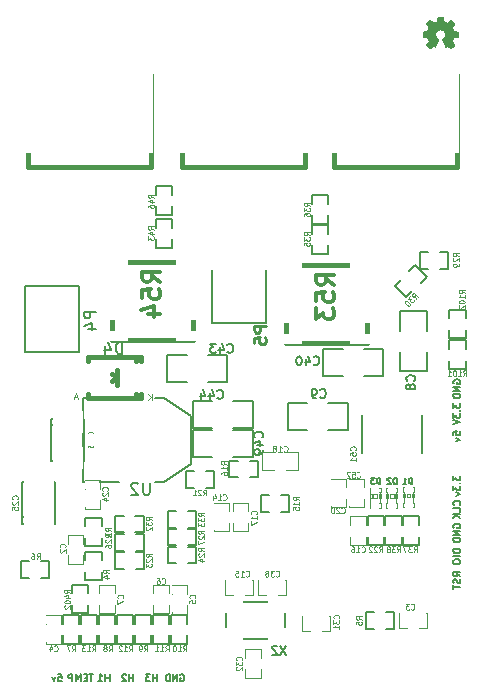
<source format=gbo>
%FSLAX46Y46*%
G04 Gerber Fmt 4.6, Leading zero omitted, Abs format (unit mm)*
G04 Created by KiCad (PCBNEW (2014-08-29 BZR 5106)-product) date fre  5 sep 2014 20:10:35*
%MOMM*%
G01*
G04 APERTURE LIST*
%ADD10C,0.150000*%
%ADD11C,0.200660*%
%ADD12C,0.203200*%
%ADD13C,0.002540*%
%ADD14C,0.127000*%
%ADD15C,0.119380*%
%ADD16C,0.099060*%
%ADD17C,0.066040*%
%ADD18C,0.101600*%
%ADD19C,0.381000*%
%ADD20C,0.190500*%
%ADD21C,0.114300*%
%ADD22C,0.109220*%
%ADD23C,0.250000*%
%ADD24C,0.304800*%
%ADD25R,1.800860X1.198880*%
%ADD26R,1.699260X1.198880*%
%ADD27O,1.699260X1.198880*%
%ADD28O,1.524000X3.048000*%
%ADD29R,2.032000X3.657600*%
%ADD30R,2.032000X1.016000*%
%ADD31C,4.064000*%
%ADD32R,1.524000X2.032000*%
%ADD33R,2.032000X1.524000*%
%ADD34R,1.143000X0.635000*%
%ADD35R,0.635000X1.143000*%
%ADD36R,0.889000X1.397000*%
%ADD37R,2.499360X1.950720*%
%ADD38R,5.499100X1.849120*%
%ADD39R,0.797560X0.797560*%
%ADD40R,3.500120X1.800860*%
%ADD41C,1.300480*%
%ADD42R,4.000000X5.000000*%
%ADD43R,10.800080X8.150860*%
%ADD44R,0.899160X3.200400*%
%ADD45R,2.438400X5.588000*%
%ADD46R,2.438400X0.889000*%
%ADD47C,0.900000*%
%ADD48C,0.254000*%
G04 APERTURE END LIST*
D10*
X115700000Y-113542858D02*
X115671429Y-113485715D01*
X115671429Y-113400001D01*
X115700000Y-113314286D01*
X115757143Y-113257144D01*
X115814286Y-113228572D01*
X115928571Y-113200001D01*
X116014286Y-113200001D01*
X116128571Y-113228572D01*
X116185714Y-113257144D01*
X116242857Y-113314286D01*
X116271429Y-113400001D01*
X116271429Y-113457144D01*
X116242857Y-113542858D01*
X116214286Y-113571429D01*
X116014286Y-113571429D01*
X116014286Y-113457144D01*
X116271429Y-113828572D02*
X115671429Y-113828572D01*
X116271429Y-114171429D01*
X115671429Y-114171429D01*
X116271429Y-114457143D02*
X115671429Y-114457143D01*
X115671429Y-114600000D01*
X115700000Y-114685715D01*
X115757143Y-114742857D01*
X115814286Y-114771429D01*
X115928571Y-114800000D01*
X116014286Y-114800000D01*
X116128571Y-114771429D01*
X116185714Y-114742857D01*
X116242857Y-114685715D01*
X116271429Y-114600000D01*
X116271429Y-114457143D01*
X115671429Y-115214285D02*
X115671429Y-115585714D01*
X115900000Y-115385714D01*
X115900000Y-115471428D01*
X115928571Y-115528571D01*
X115957143Y-115557142D01*
X116014286Y-115585714D01*
X116157143Y-115585714D01*
X116214286Y-115557142D01*
X116242857Y-115528571D01*
X116271429Y-115471428D01*
X116271429Y-115300000D01*
X116242857Y-115242857D01*
X116214286Y-115214285D01*
X116214286Y-115842857D02*
X116242857Y-115871429D01*
X116271429Y-115842857D01*
X116242857Y-115814286D01*
X116214286Y-115842857D01*
X116271429Y-115842857D01*
X115671429Y-116071428D02*
X115671429Y-116442857D01*
X115900000Y-116242857D01*
X115900000Y-116328571D01*
X115928571Y-116385714D01*
X115957143Y-116414285D01*
X116014286Y-116442857D01*
X116157143Y-116442857D01*
X116214286Y-116414285D01*
X116242857Y-116385714D01*
X116271429Y-116328571D01*
X116271429Y-116157143D01*
X116242857Y-116100000D01*
X116214286Y-116071428D01*
X115671429Y-116614286D02*
X116271429Y-116814286D01*
X115671429Y-117014286D01*
X115671429Y-117914285D02*
X115671429Y-117628571D01*
X115957143Y-117600000D01*
X115928571Y-117628571D01*
X115900000Y-117685714D01*
X115900000Y-117828571D01*
X115928571Y-117885714D01*
X115957143Y-117914285D01*
X116014286Y-117942857D01*
X116157143Y-117942857D01*
X116214286Y-117914285D01*
X116242857Y-117885714D01*
X116271429Y-117828571D01*
X116271429Y-117685714D01*
X116242857Y-117628571D01*
X116214286Y-117600000D01*
X115871429Y-118142857D02*
X116271429Y-118285714D01*
X115871429Y-118428572D01*
X116271429Y-129871428D02*
X115985714Y-129671428D01*
X116271429Y-129528571D02*
X115671429Y-129528571D01*
X115671429Y-129757143D01*
X115700000Y-129814285D01*
X115728571Y-129842857D01*
X115785714Y-129871428D01*
X115871429Y-129871428D01*
X115928571Y-129842857D01*
X115957143Y-129814285D01*
X115985714Y-129757143D01*
X115985714Y-129528571D01*
X116242857Y-130100000D02*
X116271429Y-130185714D01*
X116271429Y-130328571D01*
X116242857Y-130385714D01*
X116214286Y-130414285D01*
X116157143Y-130442857D01*
X116100000Y-130442857D01*
X116042857Y-130414285D01*
X116014286Y-130385714D01*
X115985714Y-130328571D01*
X115957143Y-130214285D01*
X115928571Y-130157143D01*
X115900000Y-130128571D01*
X115842857Y-130100000D01*
X115785714Y-130100000D01*
X115728571Y-130128571D01*
X115700000Y-130157143D01*
X115671429Y-130214285D01*
X115671429Y-130357143D01*
X115700000Y-130442857D01*
X115671429Y-130614286D02*
X115671429Y-130957143D01*
X116271429Y-130785714D02*
X115671429Y-130785714D01*
X116271429Y-127585715D02*
X115671429Y-127585715D01*
X115671429Y-127728572D01*
X115700000Y-127814287D01*
X115757143Y-127871429D01*
X115814286Y-127900001D01*
X115928571Y-127928572D01*
X116014286Y-127928572D01*
X116128571Y-127900001D01*
X116185714Y-127871429D01*
X116242857Y-127814287D01*
X116271429Y-127728572D01*
X116271429Y-127585715D01*
X116271429Y-128185715D02*
X115671429Y-128185715D01*
X115671429Y-128585715D02*
X115671429Y-128700001D01*
X115700000Y-128757143D01*
X115757143Y-128814286D01*
X115871429Y-128842858D01*
X116071429Y-128842858D01*
X116185714Y-128814286D01*
X116242857Y-128757143D01*
X116271429Y-128700001D01*
X116271429Y-128585715D01*
X116242857Y-128528572D01*
X116185714Y-128471429D01*
X116071429Y-128442858D01*
X115871429Y-128442858D01*
X115757143Y-128471429D01*
X115700000Y-128528572D01*
X115671429Y-128585715D01*
X115700000Y-125742858D02*
X115671429Y-125685715D01*
X115671429Y-125600001D01*
X115700000Y-125514286D01*
X115757143Y-125457144D01*
X115814286Y-125428572D01*
X115928571Y-125400001D01*
X116014286Y-125400001D01*
X116128571Y-125428572D01*
X116185714Y-125457144D01*
X116242857Y-125514286D01*
X116271429Y-125600001D01*
X116271429Y-125657144D01*
X116242857Y-125742858D01*
X116214286Y-125771429D01*
X116014286Y-125771429D01*
X116014286Y-125657144D01*
X116271429Y-126028572D02*
X115671429Y-126028572D01*
X116271429Y-126371429D01*
X115671429Y-126371429D01*
X116271429Y-126657143D02*
X115671429Y-126657143D01*
X115671429Y-126800000D01*
X115700000Y-126885715D01*
X115757143Y-126942857D01*
X115814286Y-126971429D01*
X115928571Y-127000000D01*
X116014286Y-127000000D01*
X116128571Y-126971429D01*
X116185714Y-126942857D01*
X116242857Y-126885715D01*
X116271429Y-126800000D01*
X116271429Y-126657143D01*
X116214286Y-123842857D02*
X116242857Y-123814286D01*
X116271429Y-123728572D01*
X116271429Y-123671429D01*
X116242857Y-123585714D01*
X116185714Y-123528572D01*
X116128571Y-123500000D01*
X116014286Y-123471429D01*
X115928571Y-123471429D01*
X115814286Y-123500000D01*
X115757143Y-123528572D01*
X115700000Y-123585714D01*
X115671429Y-123671429D01*
X115671429Y-123728572D01*
X115700000Y-123814286D01*
X115728571Y-123842857D01*
X116271429Y-124385714D02*
X116271429Y-124100000D01*
X115671429Y-124100000D01*
X116271429Y-124585714D02*
X115671429Y-124585714D01*
X116271429Y-124928571D02*
X115928571Y-124671428D01*
X115671429Y-124928571D02*
X116014286Y-124585714D01*
X115671429Y-121342857D02*
X115671429Y-121714286D01*
X115900000Y-121514286D01*
X115900000Y-121600000D01*
X115928571Y-121657143D01*
X115957143Y-121685714D01*
X116014286Y-121714286D01*
X116157143Y-121714286D01*
X116214286Y-121685714D01*
X116242857Y-121657143D01*
X116271429Y-121600000D01*
X116271429Y-121428572D01*
X116242857Y-121371429D01*
X116214286Y-121342857D01*
X116214286Y-121971429D02*
X116242857Y-122000001D01*
X116271429Y-121971429D01*
X116242857Y-121942858D01*
X116214286Y-121971429D01*
X116271429Y-121971429D01*
X115671429Y-122200000D02*
X115671429Y-122571429D01*
X115900000Y-122371429D01*
X115900000Y-122457143D01*
X115928571Y-122514286D01*
X115957143Y-122542857D01*
X116014286Y-122571429D01*
X116157143Y-122571429D01*
X116214286Y-122542857D01*
X116242857Y-122514286D01*
X116271429Y-122457143D01*
X116271429Y-122285715D01*
X116242857Y-122228572D01*
X116214286Y-122200000D01*
X115871429Y-122771429D02*
X116271429Y-122914286D01*
X115871429Y-123057144D01*
X82185715Y-138171429D02*
X82471429Y-138171429D01*
X82500000Y-138457143D01*
X82471429Y-138428571D01*
X82414286Y-138400000D01*
X82271429Y-138400000D01*
X82214286Y-138428571D01*
X82185715Y-138457143D01*
X82157143Y-138514286D01*
X82157143Y-138657143D01*
X82185715Y-138714286D01*
X82214286Y-138742857D01*
X82271429Y-138771429D01*
X82414286Y-138771429D01*
X82471429Y-138742857D01*
X82500000Y-138714286D01*
X81957143Y-138371429D02*
X81814286Y-138771429D01*
X81671428Y-138371429D01*
X85185714Y-138171429D02*
X84842857Y-138171429D01*
X85014286Y-138771429D02*
X85014286Y-138171429D01*
X84642857Y-138457143D02*
X84442857Y-138457143D01*
X84357143Y-138771429D02*
X84642857Y-138771429D01*
X84642857Y-138171429D01*
X84357143Y-138171429D01*
X84100000Y-138771429D02*
X84100000Y-138171429D01*
X83900000Y-138600000D01*
X83700000Y-138171429D01*
X83700000Y-138771429D01*
X83414286Y-138771429D02*
X83414286Y-138171429D01*
X83185714Y-138171429D01*
X83128572Y-138200000D01*
X83100000Y-138228571D01*
X83071429Y-138285714D01*
X83071429Y-138371429D01*
X83100000Y-138428571D01*
X83128572Y-138457143D01*
X83185714Y-138485714D01*
X83414286Y-138485714D01*
X86557143Y-138771429D02*
X86557143Y-138171429D01*
X86557143Y-138457143D02*
X86214286Y-138457143D01*
X86214286Y-138771429D02*
X86214286Y-138171429D01*
X85614286Y-138771429D02*
X85957143Y-138771429D01*
X85785715Y-138771429D02*
X85785715Y-138171429D01*
X85842858Y-138257143D01*
X85900000Y-138314286D01*
X85957143Y-138342857D01*
X88557143Y-138771429D02*
X88557143Y-138171429D01*
X88557143Y-138457143D02*
X88214286Y-138457143D01*
X88214286Y-138771429D02*
X88214286Y-138171429D01*
X87957143Y-138228571D02*
X87928572Y-138200000D01*
X87871429Y-138171429D01*
X87728572Y-138171429D01*
X87671429Y-138200000D01*
X87642858Y-138228571D01*
X87614286Y-138285714D01*
X87614286Y-138342857D01*
X87642858Y-138428571D01*
X87985715Y-138771429D01*
X87614286Y-138771429D01*
X90557143Y-138771429D02*
X90557143Y-138171429D01*
X90557143Y-138457143D02*
X90214286Y-138457143D01*
X90214286Y-138771429D02*
X90214286Y-138171429D01*
X89985715Y-138171429D02*
X89614286Y-138171429D01*
X89814286Y-138400000D01*
X89728572Y-138400000D01*
X89671429Y-138428571D01*
X89642858Y-138457143D01*
X89614286Y-138514286D01*
X89614286Y-138657143D01*
X89642858Y-138714286D01*
X89671429Y-138742857D01*
X89728572Y-138771429D01*
X89900000Y-138771429D01*
X89957143Y-138742857D01*
X89985715Y-138714286D01*
X92557142Y-138200000D02*
X92614285Y-138171429D01*
X92699999Y-138171429D01*
X92785714Y-138200000D01*
X92842856Y-138257143D01*
X92871428Y-138314286D01*
X92899999Y-138428571D01*
X92899999Y-138514286D01*
X92871428Y-138628571D01*
X92842856Y-138685714D01*
X92785714Y-138742857D01*
X92699999Y-138771429D01*
X92642856Y-138771429D01*
X92557142Y-138742857D01*
X92528571Y-138714286D01*
X92528571Y-138514286D01*
X92642856Y-138514286D01*
X92271428Y-138771429D02*
X92271428Y-138171429D01*
X91928571Y-138771429D01*
X91928571Y-138171429D01*
X91642857Y-138771429D02*
X91642857Y-138171429D01*
X91500000Y-138171429D01*
X91414285Y-138200000D01*
X91357143Y-138257143D01*
X91328571Y-138314286D01*
X91300000Y-138428571D01*
X91300000Y-138514286D01*
X91328571Y-138628571D01*
X91357143Y-138685714D01*
X91414285Y-138742857D01*
X91500000Y-138771429D01*
X91642857Y-138771429D01*
D11*
X96433640Y-135204200D02*
X101432360Y-135204200D01*
X101432360Y-135204200D02*
X101432360Y-132003800D01*
X101432360Y-132003800D02*
X96433640Y-132003800D01*
X96433640Y-132003800D02*
X96433640Y-135204200D01*
D12*
X87376000Y-121920000D02*
X84328000Y-121920000D01*
X84328000Y-121920000D02*
X84328000Y-114808000D01*
X84328000Y-114808000D02*
X87376000Y-114808000D01*
X90424000Y-121920000D02*
X91186000Y-121920000D01*
X91186000Y-121920000D02*
X93472000Y-120396000D01*
X93472000Y-120396000D02*
X93472000Y-116332000D01*
X93472000Y-116332000D02*
X91186000Y-114808000D01*
X91186000Y-114808000D02*
X90424000Y-114808000D01*
D13*
G36*
X115463320Y-85166200D02*
X115445540Y-85158580D01*
X115412520Y-85135720D01*
X115361720Y-85102700D01*
X115303300Y-85064600D01*
X115242340Y-85023960D01*
X115194080Y-84990940D01*
X115158520Y-84968080D01*
X115145820Y-84960460D01*
X115138200Y-84963000D01*
X115110260Y-84978240D01*
X115069620Y-84998560D01*
X115044220Y-85011260D01*
X115006120Y-85026500D01*
X114988340Y-85031580D01*
X114985800Y-85026500D01*
X114970560Y-84996020D01*
X114950240Y-84947760D01*
X114922300Y-84881720D01*
X114889280Y-84805520D01*
X114853720Y-84724240D01*
X114820700Y-84640420D01*
X114787680Y-84561680D01*
X114757200Y-84488020D01*
X114734340Y-84429600D01*
X114719100Y-84388960D01*
X114711480Y-84371180D01*
X114714020Y-84368640D01*
X114731800Y-84350860D01*
X114764820Y-84325460D01*
X114835940Y-84267040D01*
X114907060Y-84180680D01*
X114950240Y-84081620D01*
X114962940Y-83969860D01*
X114952780Y-83868260D01*
X114912140Y-83771740D01*
X114843560Y-83682840D01*
X114759740Y-83616800D01*
X114663220Y-83576160D01*
X114554000Y-83563460D01*
X114449860Y-83573620D01*
X114350800Y-83614260D01*
X114261900Y-83680300D01*
X114223800Y-83723480D01*
X114173000Y-83814920D01*
X114142520Y-83908900D01*
X114139980Y-83931760D01*
X114145060Y-84038440D01*
X114175540Y-84140040D01*
X114231420Y-84228940D01*
X114307620Y-84302600D01*
X114317780Y-84310220D01*
X114353340Y-84338160D01*
X114378740Y-84355940D01*
X114396520Y-84371180D01*
X114261900Y-84693760D01*
X114241580Y-84744560D01*
X114203480Y-84833460D01*
X114173000Y-84909660D01*
X114145060Y-84970620D01*
X114127280Y-85011260D01*
X114119660Y-85026500D01*
X114119660Y-85026500D01*
X114106960Y-85029040D01*
X114084100Y-85021420D01*
X114038380Y-84998560D01*
X114007900Y-84983320D01*
X113974880Y-84968080D01*
X113959640Y-84960460D01*
X113944400Y-84968080D01*
X113911380Y-84988400D01*
X113865660Y-85021420D01*
X113807240Y-85059520D01*
X113751360Y-85097620D01*
X113700560Y-85130640D01*
X113665000Y-85156040D01*
X113647220Y-85163660D01*
X113644680Y-85163660D01*
X113626900Y-85156040D01*
X113598960Y-85130640D01*
X113555780Y-85090000D01*
X113492280Y-85029040D01*
X113482120Y-85018880D01*
X113431320Y-84968080D01*
X113390680Y-84922360D01*
X113362740Y-84891880D01*
X113352580Y-84879180D01*
X113352580Y-84879180D01*
X113362740Y-84861400D01*
X113385600Y-84823300D01*
X113418620Y-84772500D01*
X113459260Y-84711540D01*
X113565940Y-84556600D01*
X113507520Y-84411820D01*
X113489740Y-84366100D01*
X113466880Y-84310220D01*
X113449100Y-84272120D01*
X113441480Y-84254340D01*
X113423700Y-84249260D01*
X113385600Y-84239100D01*
X113327180Y-84228940D01*
X113256060Y-84216240D01*
X113190020Y-84203540D01*
X113131600Y-84190840D01*
X113088420Y-84183220D01*
X113068100Y-84180680D01*
X113063020Y-84175600D01*
X113060480Y-84167980D01*
X113057940Y-84147660D01*
X113055400Y-84109560D01*
X113055400Y-84053680D01*
X113055400Y-83969860D01*
X113055400Y-83962240D01*
X113055400Y-83883500D01*
X113057940Y-83820000D01*
X113060480Y-83781900D01*
X113063020Y-83764120D01*
X113063020Y-83764120D01*
X113080800Y-83759040D01*
X113123980Y-83751420D01*
X113182400Y-83738720D01*
X113253520Y-83726020D01*
X113258600Y-83726020D01*
X113329720Y-83710780D01*
X113388140Y-83698080D01*
X113431320Y-83690460D01*
X113449100Y-83682840D01*
X113451640Y-83677760D01*
X113466880Y-83649820D01*
X113487200Y-83606640D01*
X113510060Y-83553300D01*
X113532920Y-83497420D01*
X113553240Y-83446620D01*
X113565940Y-83411060D01*
X113571020Y-83393280D01*
X113571020Y-83393280D01*
X113560860Y-83375500D01*
X113535460Y-83339940D01*
X113499900Y-83289140D01*
X113459260Y-83228180D01*
X113456720Y-83223100D01*
X113416080Y-83162140D01*
X113383060Y-83111340D01*
X113360200Y-83075780D01*
X113352580Y-83060540D01*
X113352580Y-83058000D01*
X113365280Y-83040220D01*
X113395760Y-83007200D01*
X113441480Y-82961480D01*
X113492280Y-82908140D01*
X113510060Y-82892900D01*
X113568480Y-82834480D01*
X113609120Y-82798920D01*
X113634520Y-82778600D01*
X113644680Y-82773520D01*
X113647220Y-82773520D01*
X113665000Y-82783680D01*
X113703100Y-82809080D01*
X113753900Y-82844640D01*
X113814860Y-82885280D01*
X113817400Y-82887820D01*
X113878360Y-82928460D01*
X113929160Y-82964020D01*
X113964720Y-82986880D01*
X113979960Y-82994500D01*
X113982500Y-82994500D01*
X114005360Y-82989420D01*
X114048540Y-82974180D01*
X114101880Y-82953860D01*
X114157760Y-82931000D01*
X114208560Y-82910680D01*
X114244120Y-82892900D01*
X114261900Y-82882740D01*
X114264440Y-82882740D01*
X114269520Y-82859880D01*
X114279680Y-82814160D01*
X114292380Y-82753200D01*
X114307620Y-82679540D01*
X114310160Y-82669380D01*
X114322860Y-82595720D01*
X114333020Y-82537300D01*
X114343180Y-82496660D01*
X114345720Y-82478880D01*
X114355880Y-82478880D01*
X114391440Y-82476340D01*
X114444780Y-82473800D01*
X114510820Y-82473800D01*
X114576860Y-82473800D01*
X114642900Y-82473800D01*
X114698780Y-82476340D01*
X114739420Y-82478880D01*
X114757200Y-82483960D01*
X114757200Y-82483960D01*
X114762280Y-82506820D01*
X114772440Y-82550000D01*
X114785140Y-82613500D01*
X114800380Y-82687160D01*
X114802920Y-82699860D01*
X114815620Y-82770980D01*
X114828320Y-82829400D01*
X114835940Y-82870040D01*
X114841020Y-82885280D01*
X114846100Y-82887820D01*
X114876580Y-82903060D01*
X114924840Y-82920840D01*
X114983260Y-82946240D01*
X115120420Y-83002120D01*
X115288060Y-82885280D01*
X115303300Y-82875120D01*
X115364260Y-82834480D01*
X115415060Y-82801460D01*
X115450620Y-82778600D01*
X115463320Y-82770980D01*
X115465860Y-82770980D01*
X115481100Y-82786220D01*
X115514120Y-82816700D01*
X115559840Y-82862420D01*
X115613180Y-82913220D01*
X115653820Y-82953860D01*
X115699540Y-82999580D01*
X115727480Y-83032600D01*
X115745260Y-83052920D01*
X115750340Y-83065620D01*
X115747800Y-83073240D01*
X115737640Y-83091020D01*
X115712240Y-83126580D01*
X115679220Y-83179920D01*
X115638580Y-83238340D01*
X115603020Y-83289140D01*
X115567460Y-83345020D01*
X115544600Y-83385660D01*
X115534440Y-83403440D01*
X115536980Y-83413600D01*
X115549680Y-83446620D01*
X115570000Y-83494880D01*
X115595400Y-83555840D01*
X115653820Y-83687920D01*
X115740180Y-83705700D01*
X115793520Y-83715860D01*
X115867180Y-83728560D01*
X115938300Y-83743800D01*
X116050060Y-83764120D01*
X116052600Y-84167980D01*
X116034820Y-84175600D01*
X116019580Y-84180680D01*
X115978940Y-84190840D01*
X115920520Y-84201000D01*
X115851940Y-84213700D01*
X115790980Y-84226400D01*
X115732560Y-84236560D01*
X115689380Y-84244180D01*
X115671600Y-84249260D01*
X115666520Y-84254340D01*
X115651280Y-84284820D01*
X115630960Y-84330540D01*
X115608100Y-84383880D01*
X115582700Y-84442300D01*
X115562380Y-84493100D01*
X115547140Y-84533740D01*
X115542060Y-84554060D01*
X115549680Y-84569300D01*
X115572540Y-84604860D01*
X115605560Y-84655660D01*
X115646200Y-84714080D01*
X115686840Y-84772500D01*
X115719860Y-84823300D01*
X115745260Y-84858860D01*
X115752880Y-84876640D01*
X115747800Y-84886800D01*
X115724940Y-84914740D01*
X115681760Y-84960460D01*
X115615720Y-85026500D01*
X115603020Y-85036660D01*
X115552220Y-85087460D01*
X115506500Y-85128100D01*
X115476020Y-85156040D01*
X115463320Y-85166200D01*
X115463320Y-85166200D01*
G37*
X115463320Y-85166200D02*
X115445540Y-85158580D01*
X115412520Y-85135720D01*
X115361720Y-85102700D01*
X115303300Y-85064600D01*
X115242340Y-85023960D01*
X115194080Y-84990940D01*
X115158520Y-84968080D01*
X115145820Y-84960460D01*
X115138200Y-84963000D01*
X115110260Y-84978240D01*
X115069620Y-84998560D01*
X115044220Y-85011260D01*
X115006120Y-85026500D01*
X114988340Y-85031580D01*
X114985800Y-85026500D01*
X114970560Y-84996020D01*
X114950240Y-84947760D01*
X114922300Y-84881720D01*
X114889280Y-84805520D01*
X114853720Y-84724240D01*
X114820700Y-84640420D01*
X114787680Y-84561680D01*
X114757200Y-84488020D01*
X114734340Y-84429600D01*
X114719100Y-84388960D01*
X114711480Y-84371180D01*
X114714020Y-84368640D01*
X114731800Y-84350860D01*
X114764820Y-84325460D01*
X114835940Y-84267040D01*
X114907060Y-84180680D01*
X114950240Y-84081620D01*
X114962940Y-83969860D01*
X114952780Y-83868260D01*
X114912140Y-83771740D01*
X114843560Y-83682840D01*
X114759740Y-83616800D01*
X114663220Y-83576160D01*
X114554000Y-83563460D01*
X114449860Y-83573620D01*
X114350800Y-83614260D01*
X114261900Y-83680300D01*
X114223800Y-83723480D01*
X114173000Y-83814920D01*
X114142520Y-83908900D01*
X114139980Y-83931760D01*
X114145060Y-84038440D01*
X114175540Y-84140040D01*
X114231420Y-84228940D01*
X114307620Y-84302600D01*
X114317780Y-84310220D01*
X114353340Y-84338160D01*
X114378740Y-84355940D01*
X114396520Y-84371180D01*
X114261900Y-84693760D01*
X114241580Y-84744560D01*
X114203480Y-84833460D01*
X114173000Y-84909660D01*
X114145060Y-84970620D01*
X114127280Y-85011260D01*
X114119660Y-85026500D01*
X114119660Y-85026500D01*
X114106960Y-85029040D01*
X114084100Y-85021420D01*
X114038380Y-84998560D01*
X114007900Y-84983320D01*
X113974880Y-84968080D01*
X113959640Y-84960460D01*
X113944400Y-84968080D01*
X113911380Y-84988400D01*
X113865660Y-85021420D01*
X113807240Y-85059520D01*
X113751360Y-85097620D01*
X113700560Y-85130640D01*
X113665000Y-85156040D01*
X113647220Y-85163660D01*
X113644680Y-85163660D01*
X113626900Y-85156040D01*
X113598960Y-85130640D01*
X113555780Y-85090000D01*
X113492280Y-85029040D01*
X113482120Y-85018880D01*
X113431320Y-84968080D01*
X113390680Y-84922360D01*
X113362740Y-84891880D01*
X113352580Y-84879180D01*
X113352580Y-84879180D01*
X113362740Y-84861400D01*
X113385600Y-84823300D01*
X113418620Y-84772500D01*
X113459260Y-84711540D01*
X113565940Y-84556600D01*
X113507520Y-84411820D01*
X113489740Y-84366100D01*
X113466880Y-84310220D01*
X113449100Y-84272120D01*
X113441480Y-84254340D01*
X113423700Y-84249260D01*
X113385600Y-84239100D01*
X113327180Y-84228940D01*
X113256060Y-84216240D01*
X113190020Y-84203540D01*
X113131600Y-84190840D01*
X113088420Y-84183220D01*
X113068100Y-84180680D01*
X113063020Y-84175600D01*
X113060480Y-84167980D01*
X113057940Y-84147660D01*
X113055400Y-84109560D01*
X113055400Y-84053680D01*
X113055400Y-83969860D01*
X113055400Y-83962240D01*
X113055400Y-83883500D01*
X113057940Y-83820000D01*
X113060480Y-83781900D01*
X113063020Y-83764120D01*
X113063020Y-83764120D01*
X113080800Y-83759040D01*
X113123980Y-83751420D01*
X113182400Y-83738720D01*
X113253520Y-83726020D01*
X113258600Y-83726020D01*
X113329720Y-83710780D01*
X113388140Y-83698080D01*
X113431320Y-83690460D01*
X113449100Y-83682840D01*
X113451640Y-83677760D01*
X113466880Y-83649820D01*
X113487200Y-83606640D01*
X113510060Y-83553300D01*
X113532920Y-83497420D01*
X113553240Y-83446620D01*
X113565940Y-83411060D01*
X113571020Y-83393280D01*
X113571020Y-83393280D01*
X113560860Y-83375500D01*
X113535460Y-83339940D01*
X113499900Y-83289140D01*
X113459260Y-83228180D01*
X113456720Y-83223100D01*
X113416080Y-83162140D01*
X113383060Y-83111340D01*
X113360200Y-83075780D01*
X113352580Y-83060540D01*
X113352580Y-83058000D01*
X113365280Y-83040220D01*
X113395760Y-83007200D01*
X113441480Y-82961480D01*
X113492280Y-82908140D01*
X113510060Y-82892900D01*
X113568480Y-82834480D01*
X113609120Y-82798920D01*
X113634520Y-82778600D01*
X113644680Y-82773520D01*
X113647220Y-82773520D01*
X113665000Y-82783680D01*
X113703100Y-82809080D01*
X113753900Y-82844640D01*
X113814860Y-82885280D01*
X113817400Y-82887820D01*
X113878360Y-82928460D01*
X113929160Y-82964020D01*
X113964720Y-82986880D01*
X113979960Y-82994500D01*
X113982500Y-82994500D01*
X114005360Y-82989420D01*
X114048540Y-82974180D01*
X114101880Y-82953860D01*
X114157760Y-82931000D01*
X114208560Y-82910680D01*
X114244120Y-82892900D01*
X114261900Y-82882740D01*
X114264440Y-82882740D01*
X114269520Y-82859880D01*
X114279680Y-82814160D01*
X114292380Y-82753200D01*
X114307620Y-82679540D01*
X114310160Y-82669380D01*
X114322860Y-82595720D01*
X114333020Y-82537300D01*
X114343180Y-82496660D01*
X114345720Y-82478880D01*
X114355880Y-82478880D01*
X114391440Y-82476340D01*
X114444780Y-82473800D01*
X114510820Y-82473800D01*
X114576860Y-82473800D01*
X114642900Y-82473800D01*
X114698780Y-82476340D01*
X114739420Y-82478880D01*
X114757200Y-82483960D01*
X114757200Y-82483960D01*
X114762280Y-82506820D01*
X114772440Y-82550000D01*
X114785140Y-82613500D01*
X114800380Y-82687160D01*
X114802920Y-82699860D01*
X114815620Y-82770980D01*
X114828320Y-82829400D01*
X114835940Y-82870040D01*
X114841020Y-82885280D01*
X114846100Y-82887820D01*
X114876580Y-82903060D01*
X114924840Y-82920840D01*
X114983260Y-82946240D01*
X115120420Y-83002120D01*
X115288060Y-82885280D01*
X115303300Y-82875120D01*
X115364260Y-82834480D01*
X115415060Y-82801460D01*
X115450620Y-82778600D01*
X115463320Y-82770980D01*
X115465860Y-82770980D01*
X115481100Y-82786220D01*
X115514120Y-82816700D01*
X115559840Y-82862420D01*
X115613180Y-82913220D01*
X115653820Y-82953860D01*
X115699540Y-82999580D01*
X115727480Y-83032600D01*
X115745260Y-83052920D01*
X115750340Y-83065620D01*
X115747800Y-83073240D01*
X115737640Y-83091020D01*
X115712240Y-83126580D01*
X115679220Y-83179920D01*
X115638580Y-83238340D01*
X115603020Y-83289140D01*
X115567460Y-83345020D01*
X115544600Y-83385660D01*
X115534440Y-83403440D01*
X115536980Y-83413600D01*
X115549680Y-83446620D01*
X115570000Y-83494880D01*
X115595400Y-83555840D01*
X115653820Y-83687920D01*
X115740180Y-83705700D01*
X115793520Y-83715860D01*
X115867180Y-83728560D01*
X115938300Y-83743800D01*
X116050060Y-83764120D01*
X116052600Y-84167980D01*
X116034820Y-84175600D01*
X116019580Y-84180680D01*
X115978940Y-84190840D01*
X115920520Y-84201000D01*
X115851940Y-84213700D01*
X115790980Y-84226400D01*
X115732560Y-84236560D01*
X115689380Y-84244180D01*
X115671600Y-84249260D01*
X115666520Y-84254340D01*
X115651280Y-84284820D01*
X115630960Y-84330540D01*
X115608100Y-84383880D01*
X115582700Y-84442300D01*
X115562380Y-84493100D01*
X115547140Y-84533740D01*
X115542060Y-84554060D01*
X115549680Y-84569300D01*
X115572540Y-84604860D01*
X115605560Y-84655660D01*
X115646200Y-84714080D01*
X115686840Y-84772500D01*
X115719860Y-84823300D01*
X115745260Y-84858860D01*
X115752880Y-84876640D01*
X115747800Y-84886800D01*
X115724940Y-84914740D01*
X115681760Y-84960460D01*
X115615720Y-85026500D01*
X115603020Y-85036660D01*
X115552220Y-85087460D01*
X115506500Y-85128100D01*
X115476020Y-85156040D01*
X115463320Y-85166200D01*
D14*
X104648000Y-112903000D02*
X104648000Y-110617000D01*
X104648000Y-110617000D02*
X106299000Y-110617000D01*
X108077000Y-112903000D02*
X109728000Y-112903000D01*
X109728000Y-112903000D02*
X109728000Y-110617000D01*
X109728000Y-110617000D02*
X108077000Y-110617000D01*
X106299000Y-112903000D02*
X104648000Y-112903000D01*
X113411000Y-112522000D02*
X111125000Y-112522000D01*
X111125000Y-112522000D02*
X111125000Y-110871000D01*
X113411000Y-109093000D02*
X113411000Y-107442000D01*
X113411000Y-107442000D02*
X111125000Y-107442000D01*
X111125000Y-107442000D02*
X111125000Y-109093000D01*
X113411000Y-110871000D02*
X113411000Y-112522000D01*
X101660000Y-117443000D02*
X101660000Y-115157000D01*
X101660000Y-115157000D02*
X103311000Y-115157000D01*
X105089000Y-117443000D02*
X106740000Y-117443000D01*
X106740000Y-117443000D02*
X106740000Y-115157000D01*
X106740000Y-115157000D02*
X105089000Y-115157000D01*
X103311000Y-117443000D02*
X101660000Y-117443000D01*
D15*
X84350240Y-128100380D02*
X84350240Y-128798880D01*
X84350240Y-127099620D02*
X84350240Y-126401120D01*
X83049760Y-128100380D02*
X83049760Y-128798880D01*
X83049760Y-126401120D02*
X83049760Y-127099620D01*
X83065000Y-128798880D02*
X84335000Y-128798880D01*
X84335000Y-126401120D02*
X83065000Y-126401120D01*
X111767620Y-134254240D02*
X111069120Y-134254240D01*
X112768380Y-134254240D02*
X113466880Y-134254240D01*
X111767620Y-132953760D02*
X111069120Y-132953760D01*
X113466880Y-132953760D02*
X112768380Y-132953760D01*
X111069120Y-132969000D02*
X111069120Y-134239000D01*
X113466880Y-134239000D02*
X113466880Y-132969000D01*
X82438240Y-134866380D02*
X82438240Y-135564880D01*
X82438240Y-133865620D02*
X82438240Y-133167120D01*
X81137760Y-134866380D02*
X81137760Y-135564880D01*
X81137760Y-133167120D02*
X81137760Y-133865620D01*
X81153000Y-135564880D02*
X82423000Y-135564880D01*
X82423000Y-133167120D02*
X81153000Y-133167120D01*
X91805760Y-131325620D02*
X91805760Y-130627120D01*
X91805760Y-132326380D02*
X91805760Y-133024880D01*
X93106240Y-131325620D02*
X93106240Y-130627120D01*
X93106240Y-133024880D02*
X93106240Y-132326380D01*
X93091000Y-130627120D02*
X91821000Y-130627120D01*
X91821000Y-133024880D02*
X93091000Y-133024880D01*
X90249760Y-131299620D02*
X90249760Y-130601120D01*
X90249760Y-132300380D02*
X90249760Y-132998880D01*
X91550240Y-131299620D02*
X91550240Y-130601120D01*
X91550240Y-132998880D02*
X91550240Y-132300380D01*
X91535000Y-130601120D02*
X90265000Y-130601120D01*
X90265000Y-132998880D02*
X91535000Y-132998880D01*
X85699760Y-131299620D02*
X85699760Y-130601120D01*
X85699760Y-132300380D02*
X85699760Y-132998880D01*
X87000240Y-131299620D02*
X87000240Y-130601120D01*
X87000240Y-132998880D02*
X87000240Y-132300380D01*
X86985000Y-130601120D02*
X85715000Y-130601120D01*
X85715000Y-132998880D02*
X86985000Y-132998880D01*
X96662240Y-125341380D02*
X96662240Y-126039880D01*
X96662240Y-124340620D02*
X96662240Y-123642120D01*
X95361760Y-125341380D02*
X95361760Y-126039880D01*
X95361760Y-123642120D02*
X95361760Y-124340620D01*
X95377000Y-126039880D02*
X96647000Y-126039880D01*
X96647000Y-123642120D02*
X95377000Y-123642120D01*
X98036380Y-130159760D02*
X98734880Y-130159760D01*
X97035620Y-130159760D02*
X96337120Y-130159760D01*
X98036380Y-131460240D02*
X98734880Y-131460240D01*
X96337120Y-131460240D02*
X97035620Y-131460240D01*
X98734880Y-131445000D02*
X98734880Y-130175000D01*
X96337120Y-130175000D02*
X96337120Y-131445000D01*
X106949760Y-125499620D02*
X106949760Y-124801120D01*
X106949760Y-126500380D02*
X106949760Y-127198880D01*
X108250240Y-125499620D02*
X108250240Y-124801120D01*
X108250240Y-127198880D02*
X108250240Y-126500380D01*
X108235000Y-124801120D02*
X106965000Y-124801120D01*
X106965000Y-127198880D02*
X108235000Y-127198880D01*
X97012760Y-124340620D02*
X97012760Y-123642120D01*
X97012760Y-125341380D02*
X97012760Y-126039880D01*
X98313240Y-124340620D02*
X98313240Y-123642120D01*
X98313240Y-126039880D02*
X98313240Y-125341380D01*
X98298000Y-123642120D02*
X97028000Y-123642120D01*
X97028000Y-126039880D02*
X98298000Y-126039880D01*
D16*
X99441000Y-119380000D02*
G75*
G03X99441000Y-119380000I-127000J0D01*
G74*
G01*
X100457000Y-119380000D02*
X99441000Y-119380000D01*
X99441000Y-119380000D02*
X99441000Y-120904000D01*
X99441000Y-120904000D02*
X100457000Y-120904000D01*
X101473000Y-120904000D02*
X102489000Y-120904000D01*
X102489000Y-120904000D02*
X102489000Y-119380000D01*
X102489000Y-119380000D02*
X101473000Y-119380000D01*
D15*
X105267760Y-122308620D02*
X105267760Y-121610120D01*
X105267760Y-123309380D02*
X105267760Y-124007880D01*
X106568240Y-122308620D02*
X106568240Y-121610120D01*
X106568240Y-124007880D02*
X106568240Y-123309380D01*
X106553000Y-121610120D02*
X105283000Y-121610120D01*
X105283000Y-124007880D02*
X106553000Y-124007880D01*
X84439760Y-122435620D02*
X84439760Y-121737120D01*
X84439760Y-123436380D02*
X84439760Y-124134880D01*
X85740240Y-122435620D02*
X85740240Y-121737120D01*
X85740240Y-124134880D02*
X85740240Y-123436380D01*
X85725000Y-121737120D02*
X84455000Y-121737120D01*
X84455000Y-124134880D02*
X85725000Y-124134880D01*
D14*
X79153000Y-124856500D02*
X81947000Y-124856500D01*
X79153000Y-125428000D02*
X79153000Y-121872000D01*
X79153000Y-121872000D02*
X81947000Y-121872000D01*
X81947000Y-121872000D02*
X81947000Y-125428000D01*
X81947000Y-125428000D02*
X79153000Y-125428000D01*
D15*
X104513380Y-133207760D02*
X105211880Y-133207760D01*
X103512620Y-133207760D02*
X102814120Y-133207760D01*
X104513380Y-134508240D02*
X105211880Y-134508240D01*
X102814120Y-134508240D02*
X103512620Y-134508240D01*
X105211880Y-134493000D02*
X105211880Y-133223000D01*
X102814120Y-133223000D02*
X102814120Y-134493000D01*
X99350240Y-137750380D02*
X99350240Y-138448880D01*
X99350240Y-136749620D02*
X99350240Y-136051120D01*
X98049760Y-137750380D02*
X98049760Y-138448880D01*
X98049760Y-136051120D02*
X98049760Y-136749620D01*
X98065000Y-138448880D02*
X99335000Y-138448880D01*
X99335000Y-136051120D02*
X98065000Y-136051120D01*
D14*
X84397000Y-117093500D02*
X81603000Y-117093500D01*
X84397000Y-116522000D02*
X84397000Y-120078000D01*
X84397000Y-120078000D02*
X81603000Y-120078000D01*
X81603000Y-120078000D02*
X81603000Y-116522000D01*
X81603000Y-116522000D02*
X84397000Y-116522000D01*
D15*
X99829620Y-131460240D02*
X99131120Y-131460240D01*
X100830380Y-131460240D02*
X101528880Y-131460240D01*
X99829620Y-130159760D02*
X99131120Y-130159760D01*
X101528880Y-130159760D02*
X100830380Y-130159760D01*
X99131120Y-130175000D02*
X99131120Y-131445000D01*
X101528880Y-131445000D02*
X101528880Y-130175000D01*
D14*
X91440000Y-113411000D02*
X91440000Y-111125000D01*
X91440000Y-111125000D02*
X93091000Y-111125000D01*
X94869000Y-113411000D02*
X96520000Y-113411000D01*
X96520000Y-113411000D02*
X96520000Y-111125000D01*
X96520000Y-111125000D02*
X94869000Y-111125000D01*
X93091000Y-113411000D02*
X91440000Y-113411000D01*
X93599000Y-117348000D02*
X93599000Y-115062000D01*
X93599000Y-115062000D02*
X95250000Y-115062000D01*
X97028000Y-117348000D02*
X98679000Y-117348000D01*
X98679000Y-117348000D02*
X98679000Y-115062000D01*
X98679000Y-115062000D02*
X97028000Y-115062000D01*
X95250000Y-117348000D02*
X93599000Y-117348000D01*
X93599000Y-119761000D02*
X93599000Y-117475000D01*
X93599000Y-117475000D02*
X95250000Y-117475000D01*
X97028000Y-119761000D02*
X98679000Y-119761000D01*
X98679000Y-119761000D02*
X98679000Y-117475000D01*
X98679000Y-117475000D02*
X97028000Y-117475000D01*
X95250000Y-119761000D02*
X93599000Y-119761000D01*
X107950000Y-120015000D02*
X113030000Y-120015000D01*
X107950000Y-115697000D02*
X113030000Y-115697000D01*
X107950000Y-115062000D02*
X107950000Y-120650000D01*
X107950000Y-120650000D02*
X113030000Y-120650000D01*
X113030000Y-120650000D02*
X113030000Y-115062000D01*
X113030000Y-115062000D02*
X107950000Y-115062000D01*
D15*
X106791760Y-122308620D02*
X106791760Y-121610120D01*
X106791760Y-123309380D02*
X106791760Y-124007880D01*
X108092240Y-122308620D02*
X108092240Y-121610120D01*
X108092240Y-124007880D02*
X108092240Y-123309380D01*
X108077000Y-121610120D02*
X106807000Y-121610120D01*
X106807000Y-124007880D02*
X108077000Y-124007880D01*
D17*
X112336580Y-122740420D02*
X111437420Y-122740420D01*
X111437420Y-122740420D02*
X111437420Y-122341640D01*
X112336580Y-122341640D02*
X111437420Y-122341640D01*
X112336580Y-122740420D02*
X112336580Y-122341640D01*
X112336580Y-124038360D02*
X111437420Y-124038360D01*
X111437420Y-124038360D02*
X111437420Y-123639580D01*
X112336580Y-123639580D02*
X111437420Y-123639580D01*
X112336580Y-124038360D02*
X112336580Y-123639580D01*
X112336580Y-123190000D02*
X112186720Y-123190000D01*
X112186720Y-123190000D02*
X112186720Y-122890280D01*
X112336580Y-122890280D02*
X112186720Y-122890280D01*
X112336580Y-123190000D02*
X112336580Y-122890280D01*
X111587280Y-123190000D02*
X111437420Y-123190000D01*
X111437420Y-123190000D02*
X111437420Y-122890280D01*
X111587280Y-122890280D02*
X111437420Y-122890280D01*
X111587280Y-123190000D02*
X111587280Y-122890280D01*
X112036860Y-123190000D02*
X111737140Y-123190000D01*
X111737140Y-123190000D02*
X111737140Y-122890280D01*
X112036860Y-122890280D02*
X111737140Y-122890280D01*
X112036860Y-123190000D02*
X112036860Y-122890280D01*
D18*
X112285780Y-122740420D02*
X112285780Y-123639580D01*
X111488220Y-122740420D02*
X111488220Y-123639580D01*
D17*
X110899580Y-122750420D02*
X110000420Y-122750420D01*
X110000420Y-122750420D02*
X110000420Y-122351640D01*
X110899580Y-122351640D02*
X110000420Y-122351640D01*
X110899580Y-122750420D02*
X110899580Y-122351640D01*
X110899580Y-124048360D02*
X110000420Y-124048360D01*
X110000420Y-124048360D02*
X110000420Y-123649580D01*
X110899580Y-123649580D02*
X110000420Y-123649580D01*
X110899580Y-124048360D02*
X110899580Y-123649580D01*
X110899580Y-123200000D02*
X110749720Y-123200000D01*
X110749720Y-123200000D02*
X110749720Y-122900280D01*
X110899580Y-122900280D02*
X110749720Y-122900280D01*
X110899580Y-123200000D02*
X110899580Y-122900280D01*
X110150280Y-123200000D02*
X110000420Y-123200000D01*
X110000420Y-123200000D02*
X110000420Y-122900280D01*
X110150280Y-122900280D02*
X110000420Y-122900280D01*
X110150280Y-123200000D02*
X110150280Y-122900280D01*
X110599860Y-123200000D02*
X110300140Y-123200000D01*
X110300140Y-123200000D02*
X110300140Y-122900280D01*
X110599860Y-122900280D02*
X110300140Y-122900280D01*
X110599860Y-123200000D02*
X110599860Y-122900280D01*
D18*
X110848780Y-122750420D02*
X110848780Y-123649580D01*
X110051220Y-122750420D02*
X110051220Y-123649580D01*
D17*
X109499580Y-122750420D02*
X108600420Y-122750420D01*
X108600420Y-122750420D02*
X108600420Y-122351640D01*
X109499580Y-122351640D02*
X108600420Y-122351640D01*
X109499580Y-122750420D02*
X109499580Y-122351640D01*
X109499580Y-124048360D02*
X108600420Y-124048360D01*
X108600420Y-124048360D02*
X108600420Y-123649580D01*
X109499580Y-123649580D02*
X108600420Y-123649580D01*
X109499580Y-124048360D02*
X109499580Y-123649580D01*
X109499580Y-123200000D02*
X109349720Y-123200000D01*
X109349720Y-123200000D02*
X109349720Y-122900280D01*
X109499580Y-122900280D02*
X109349720Y-122900280D01*
X109499580Y-123200000D02*
X109499580Y-122900280D01*
X108750280Y-123200000D02*
X108600420Y-123200000D01*
X108600420Y-123200000D02*
X108600420Y-122900280D01*
X108750280Y-122900280D02*
X108600420Y-122900280D01*
X108750280Y-123200000D02*
X108750280Y-122900280D01*
X109199860Y-123200000D02*
X108900140Y-123200000D01*
X108900140Y-123200000D02*
X108900140Y-122900280D01*
X109199860Y-122900280D02*
X108900140Y-122900280D01*
X109199860Y-123200000D02*
X109199860Y-122900280D01*
D18*
X109448780Y-122750420D02*
X109448780Y-123649580D01*
X108651220Y-122750420D02*
X108651220Y-123649580D01*
D19*
X87195660Y-113680240D02*
X87195660Y-112379760D01*
X87195660Y-113030000D02*
X86794340Y-112781080D01*
X87195660Y-113030000D02*
X86794340Y-113329720D01*
X88795860Y-111279940D02*
X88795860Y-111630460D01*
X88795860Y-114780060D02*
X88795860Y-114429540D01*
X89245440Y-111279940D02*
X89245440Y-111630460D01*
X84744560Y-111279940D02*
X84744560Y-111630460D01*
X84744560Y-114780060D02*
X84744560Y-114429540D01*
X89245440Y-114780060D02*
X89245440Y-114429540D01*
X84744560Y-111279940D02*
X89245440Y-111279940D01*
X84744560Y-114780060D02*
X89245440Y-114780060D01*
D10*
X79361000Y-110877000D02*
X83961000Y-110877000D01*
X83961000Y-110877000D02*
X83961000Y-105277000D01*
X83961000Y-105277000D02*
X79361000Y-105277000D01*
X79361000Y-105277000D02*
X79361000Y-110877000D01*
X95236000Y-108464000D02*
X99836000Y-108464000D01*
X99836000Y-108464000D02*
X99836000Y-102864000D01*
X99836000Y-102864000D02*
X95236000Y-102864000D01*
X95236000Y-102864000D02*
X95236000Y-108464000D01*
D19*
X105544620Y-95183960D02*
X115943380Y-95183960D01*
X115943380Y-95183960D02*
X115943380Y-87386160D01*
X115943380Y-87386160D02*
X113543080Y-86085680D01*
X113543080Y-86085680D02*
X107944920Y-86085680D01*
X107944920Y-86085680D02*
X105544620Y-87386160D01*
X105544620Y-87386160D02*
X105544620Y-95183960D01*
X92717620Y-95183960D02*
X103116380Y-95183960D01*
X103116380Y-95183960D02*
X103116380Y-87386160D01*
X103116380Y-87386160D02*
X100716080Y-86085680D01*
X100716080Y-86085680D02*
X95117920Y-86085680D01*
X95117920Y-86085680D02*
X92717620Y-87386160D01*
X92717620Y-87386160D02*
X92717620Y-95183960D01*
X79636620Y-95183960D02*
X90035380Y-95183960D01*
X90035380Y-95183960D02*
X90035380Y-87386160D01*
X90035380Y-87386160D02*
X87635080Y-86085680D01*
X87635080Y-86085680D02*
X82036920Y-86085680D01*
X82036920Y-86085680D02*
X79636620Y-87386160D01*
X79636620Y-87386160D02*
X79636620Y-95183960D01*
D14*
X84501500Y-125599620D02*
X84501500Y-124893500D01*
X84501500Y-124893500D02*
X85898500Y-124893500D01*
X85898500Y-124893500D02*
X85898500Y-125599620D01*
X84501500Y-127306500D02*
X84501500Y-126600380D01*
X84501500Y-127306500D02*
X85898500Y-127306500D01*
X85898500Y-127306500D02*
X85898500Y-126600380D01*
X85898500Y-129500380D02*
X85898500Y-130206500D01*
X85898500Y-130206500D02*
X84501500Y-130206500D01*
X84501500Y-130206500D02*
X84501500Y-129500380D01*
X85898500Y-127793500D02*
X85898500Y-128499620D01*
X85898500Y-127793500D02*
X84501500Y-127793500D01*
X84501500Y-127793500D02*
X84501500Y-128499620D01*
X109974380Y-132905500D02*
X110680500Y-132905500D01*
X110680500Y-132905500D02*
X110680500Y-134302500D01*
X110680500Y-134302500D02*
X109974380Y-134302500D01*
X108267500Y-132905500D02*
X108973620Y-132905500D01*
X108267500Y-132905500D02*
X108267500Y-134302500D01*
X108267500Y-134302500D02*
X108973620Y-134302500D01*
X80750380Y-128601500D02*
X81456500Y-128601500D01*
X81456500Y-128601500D02*
X81456500Y-129998500D01*
X81456500Y-129998500D02*
X80750380Y-129998500D01*
X79043500Y-128601500D02*
X79749620Y-128601500D01*
X79043500Y-128601500D02*
X79043500Y-129998500D01*
X79043500Y-129998500D02*
X79749620Y-129998500D01*
X84010500Y-134866380D02*
X84010500Y-135572500D01*
X84010500Y-135572500D02*
X82613500Y-135572500D01*
X82613500Y-135572500D02*
X82613500Y-134866380D01*
X84010500Y-133159500D02*
X84010500Y-133865620D01*
X84010500Y-133159500D02*
X82613500Y-133159500D01*
X82613500Y-133159500D02*
X82613500Y-133865620D01*
X87058500Y-134866380D02*
X87058500Y-135572500D01*
X87058500Y-135572500D02*
X85661500Y-135572500D01*
X85661500Y-135572500D02*
X85661500Y-134866380D01*
X87058500Y-133159500D02*
X87058500Y-133865620D01*
X87058500Y-133159500D02*
X85661500Y-133159500D01*
X85661500Y-133159500D02*
X85661500Y-133865620D01*
X90106500Y-134866380D02*
X90106500Y-135572500D01*
X90106500Y-135572500D02*
X88709500Y-135572500D01*
X88709500Y-135572500D02*
X88709500Y-134866380D01*
X90106500Y-133159500D02*
X90106500Y-133865620D01*
X90106500Y-133159500D02*
X88709500Y-133159500D01*
X88709500Y-133159500D02*
X88709500Y-133865620D01*
X93154500Y-134866380D02*
X93154500Y-135572500D01*
X93154500Y-135572500D02*
X91757500Y-135572500D01*
X91757500Y-135572500D02*
X91757500Y-134866380D01*
X93154500Y-133159500D02*
X93154500Y-133865620D01*
X93154500Y-133159500D02*
X91757500Y-133159500D01*
X91757500Y-133159500D02*
X91757500Y-133865620D01*
X91630500Y-134866380D02*
X91630500Y-135572500D01*
X91630500Y-135572500D02*
X90233500Y-135572500D01*
X90233500Y-135572500D02*
X90233500Y-134866380D01*
X91630500Y-133159500D02*
X91630500Y-133865620D01*
X91630500Y-133159500D02*
X90233500Y-133159500D01*
X90233500Y-133159500D02*
X90233500Y-133865620D01*
X88582500Y-134866380D02*
X88582500Y-135572500D01*
X88582500Y-135572500D02*
X87185500Y-135572500D01*
X87185500Y-135572500D02*
X87185500Y-134866380D01*
X88582500Y-133159500D02*
X88582500Y-133865620D01*
X88582500Y-133159500D02*
X87185500Y-133159500D01*
X87185500Y-133159500D02*
X87185500Y-133865620D01*
X85534500Y-134866380D02*
X85534500Y-135572500D01*
X85534500Y-135572500D02*
X84137500Y-135572500D01*
X84137500Y-135572500D02*
X84137500Y-134866380D01*
X85534500Y-133159500D02*
X85534500Y-133865620D01*
X85534500Y-133159500D02*
X84137500Y-133159500D01*
X84137500Y-133159500D02*
X84137500Y-133865620D01*
X101084380Y-122999500D02*
X101790500Y-122999500D01*
X101790500Y-122999500D02*
X101790500Y-124396500D01*
X101790500Y-124396500D02*
X101084380Y-124396500D01*
X99377500Y-122999500D02*
X100083620Y-122999500D01*
X99377500Y-122999500D02*
X99377500Y-124396500D01*
X99377500Y-124396500D02*
X100083620Y-124396500D01*
X98417380Y-120078500D02*
X99123500Y-120078500D01*
X99123500Y-120078500D02*
X99123500Y-121475500D01*
X99123500Y-121475500D02*
X98417380Y-121475500D01*
X96710500Y-120078500D02*
X97416620Y-120078500D01*
X96710500Y-120078500D02*
X96710500Y-121475500D01*
X96710500Y-121475500D02*
X97416620Y-121475500D01*
X93733620Y-122364500D02*
X93027500Y-122364500D01*
X93027500Y-122364500D02*
X93027500Y-120967500D01*
X93027500Y-120967500D02*
X93733620Y-120967500D01*
X95440500Y-122364500D02*
X94734380Y-122364500D01*
X95440500Y-122364500D02*
X95440500Y-120967500D01*
X95440500Y-120967500D02*
X94734380Y-120967500D01*
X108401500Y-125499620D02*
X108401500Y-124793500D01*
X108401500Y-124793500D02*
X109798500Y-124793500D01*
X109798500Y-124793500D02*
X109798500Y-125499620D01*
X108401500Y-127206500D02*
X108401500Y-126500380D01*
X108401500Y-127206500D02*
X109798500Y-127206500D01*
X109798500Y-127206500D02*
X109798500Y-126500380D01*
X87764620Y-129222500D02*
X87058500Y-129222500D01*
X87058500Y-129222500D02*
X87058500Y-127825500D01*
X87058500Y-127825500D02*
X87764620Y-127825500D01*
X89471500Y-129222500D02*
X88765380Y-129222500D01*
X89471500Y-129222500D02*
X89471500Y-127825500D01*
X89471500Y-127825500D02*
X88765380Y-127825500D01*
X93200380Y-127351500D02*
X93906500Y-127351500D01*
X93906500Y-127351500D02*
X93906500Y-128748500D01*
X93906500Y-128748500D02*
X93200380Y-128748500D01*
X91493500Y-127351500D02*
X92199620Y-127351500D01*
X91493500Y-127351500D02*
X91493500Y-128748500D01*
X91493500Y-128748500D02*
X92199620Y-128748500D01*
X87764620Y-127698500D02*
X87058500Y-127698500D01*
X87058500Y-127698500D02*
X87058500Y-126301500D01*
X87058500Y-126301500D02*
X87764620Y-126301500D01*
X89471500Y-127698500D02*
X88765380Y-127698500D01*
X89471500Y-127698500D02*
X89471500Y-126301500D01*
X89471500Y-126301500D02*
X88765380Y-126301500D01*
X93200380Y-125851500D02*
X93906500Y-125851500D01*
X93906500Y-125851500D02*
X93906500Y-127248500D01*
X93906500Y-127248500D02*
X93200380Y-127248500D01*
X91493500Y-125851500D02*
X92199620Y-125851500D01*
X91493500Y-125851500D02*
X91493500Y-127248500D01*
X91493500Y-127248500D02*
X92199620Y-127248500D01*
X114546380Y-102425500D02*
X115252500Y-102425500D01*
X115252500Y-102425500D02*
X115252500Y-103822500D01*
X115252500Y-103822500D02*
X114546380Y-103822500D01*
X112839500Y-102425500D02*
X113545620Y-102425500D01*
X112839500Y-102425500D02*
X112839500Y-103822500D01*
X112839500Y-103822500D02*
X113545620Y-103822500D01*
X112190092Y-105747736D02*
X111690790Y-106247038D01*
X111690790Y-106247038D02*
X110702962Y-105259210D01*
X110702962Y-105259210D02*
X111202264Y-104759908D01*
X113397038Y-104540790D02*
X112897736Y-105040092D01*
X113397038Y-104540790D02*
X112409210Y-103552962D01*
X112409210Y-103552962D02*
X111909908Y-104052264D01*
X87749620Y-126148500D02*
X87043500Y-126148500D01*
X87043500Y-126148500D02*
X87043500Y-124751500D01*
X87043500Y-124751500D02*
X87749620Y-124751500D01*
X89456500Y-126148500D02*
X88750380Y-126148500D01*
X89456500Y-126148500D02*
X89456500Y-124751500D01*
X89456500Y-124751500D02*
X88750380Y-124751500D01*
X93200380Y-124351500D02*
X93906500Y-124351500D01*
X93906500Y-124351500D02*
X93906500Y-125748500D01*
X93906500Y-125748500D02*
X93200380Y-125748500D01*
X91493500Y-124351500D02*
X92199620Y-124351500D01*
X91493500Y-124351500D02*
X91493500Y-125748500D01*
X91493500Y-125748500D02*
X92199620Y-125748500D01*
X103695500Y-100845620D02*
X103695500Y-100139500D01*
X103695500Y-100139500D02*
X105092500Y-100139500D01*
X105092500Y-100139500D02*
X105092500Y-100845620D01*
X103695500Y-102552500D02*
X103695500Y-101846380D01*
X103695500Y-102552500D02*
X105092500Y-102552500D01*
X105092500Y-102552500D02*
X105092500Y-101846380D01*
X103695500Y-98305620D02*
X103695500Y-97599500D01*
X103695500Y-97599500D02*
X105092500Y-97599500D01*
X105092500Y-97599500D02*
X105092500Y-98305620D01*
X103695500Y-100012500D02*
X103695500Y-99306380D01*
X103695500Y-100012500D02*
X105092500Y-100012500D01*
X105092500Y-100012500D02*
X105092500Y-99306380D01*
X111401500Y-125499620D02*
X111401500Y-124793500D01*
X111401500Y-124793500D02*
X112798500Y-124793500D01*
X112798500Y-124793500D02*
X112798500Y-125499620D01*
X111401500Y-127206500D02*
X111401500Y-126500380D01*
X111401500Y-127206500D02*
X112798500Y-127206500D01*
X112798500Y-127206500D02*
X112798500Y-126500380D01*
X109901500Y-125499620D02*
X109901500Y-124793500D01*
X109901500Y-124793500D02*
X111298500Y-124793500D01*
X111298500Y-124793500D02*
X111298500Y-125499620D01*
X109901500Y-127206500D02*
X109901500Y-126500380D01*
X109901500Y-127206500D02*
X111298500Y-127206500D01*
X111298500Y-127206500D02*
X111298500Y-126500380D01*
X90487500Y-100337620D02*
X90487500Y-99631500D01*
X90487500Y-99631500D02*
X91884500Y-99631500D01*
X91884500Y-99631500D02*
X91884500Y-100337620D01*
X90487500Y-102044500D02*
X90487500Y-101338380D01*
X90487500Y-102044500D02*
X91884500Y-102044500D01*
X91884500Y-102044500D02*
X91884500Y-101338380D01*
X90487500Y-97543620D02*
X90487500Y-96837500D01*
X90487500Y-96837500D02*
X91884500Y-96837500D01*
X91884500Y-96837500D02*
X91884500Y-97543620D01*
X90487500Y-99250500D02*
X90487500Y-98544380D01*
X90487500Y-99250500D02*
X91884500Y-99250500D01*
X91884500Y-99250500D02*
X91884500Y-98544380D01*
D19*
X101473000Y-110109000D02*
X101473000Y-103505000D01*
X101473000Y-103505000D02*
X108331000Y-103505000D01*
X108331000Y-103505000D02*
X108331000Y-110109000D01*
X108331000Y-110109000D02*
X101473000Y-110109000D01*
X86741000Y-109855000D02*
X86741000Y-103251000D01*
X86741000Y-103251000D02*
X93599000Y-103251000D01*
X93599000Y-103251000D02*
X93599000Y-109855000D01*
X93599000Y-109855000D02*
X86741000Y-109855000D01*
D14*
X115301500Y-110599620D02*
X115301500Y-109893500D01*
X115301500Y-109893500D02*
X116698500Y-109893500D01*
X116698500Y-109893500D02*
X116698500Y-110599620D01*
X115301500Y-112306500D02*
X115301500Y-111600380D01*
X115301500Y-112306500D02*
X116698500Y-112306500D01*
X116698500Y-112306500D02*
X116698500Y-111600380D01*
X116698500Y-109000380D02*
X116698500Y-109706500D01*
X116698500Y-109706500D02*
X115301500Y-109706500D01*
X115301500Y-109706500D02*
X115301500Y-109000380D01*
X116698500Y-107293500D02*
X116698500Y-107999620D01*
X116698500Y-107293500D02*
X115301500Y-107293500D01*
X115301500Y-107293500D02*
X115301500Y-107999620D01*
X84748500Y-132300380D02*
X84748500Y-133006500D01*
X84748500Y-133006500D02*
X83351500Y-133006500D01*
X83351500Y-133006500D02*
X83351500Y-132300380D01*
X84748500Y-130593500D02*
X84748500Y-131299620D01*
X84748500Y-130593500D02*
X83351500Y-130593500D01*
X83351500Y-130593500D02*
X83351500Y-131299620D01*
D20*
X101516857Y-135732714D02*
X101008857Y-136494714D01*
X101008857Y-135732714D02*
X101516857Y-136494714D01*
X100754857Y-135805286D02*
X100718571Y-135769000D01*
X100646000Y-135732714D01*
X100464571Y-135732714D01*
X100392000Y-135769000D01*
X100355714Y-135805286D01*
X100319429Y-135877857D01*
X100319429Y-135950429D01*
X100355714Y-136059286D01*
X100791143Y-136494714D01*
X100319429Y-136494714D01*
D12*
X89974095Y-121943619D02*
X89974095Y-122766095D01*
X89925714Y-122862857D01*
X89877333Y-122911238D01*
X89780571Y-122959619D01*
X89587048Y-122959619D01*
X89490286Y-122911238D01*
X89441905Y-122862857D01*
X89393524Y-122766095D01*
X89393524Y-121943619D01*
X88958095Y-122040381D02*
X88909714Y-121992000D01*
X88812952Y-121943619D01*
X88571048Y-121943619D01*
X88474286Y-121992000D01*
X88425905Y-122040381D01*
X88377524Y-122137143D01*
X88377524Y-122233905D01*
X88425905Y-122379048D01*
X89006476Y-122959619D01*
X88377524Y-122959619D01*
D14*
X103830857Y-111919143D02*
X103867143Y-111955429D01*
X103976000Y-111991714D01*
X104048571Y-111991714D01*
X104157428Y-111955429D01*
X104230000Y-111882857D01*
X104266285Y-111810286D01*
X104302571Y-111665143D01*
X104302571Y-111556286D01*
X104266285Y-111411143D01*
X104230000Y-111338571D01*
X104157428Y-111266000D01*
X104048571Y-111229714D01*
X103976000Y-111229714D01*
X103867143Y-111266000D01*
X103830857Y-111302286D01*
X103177714Y-111483714D02*
X103177714Y-111991714D01*
X103359143Y-111193429D02*
X103540571Y-111737714D01*
X103068857Y-111737714D01*
X102633429Y-111229714D02*
X102560857Y-111229714D01*
X102488286Y-111266000D01*
X102452000Y-111302286D01*
X102415714Y-111374857D01*
X102379429Y-111520000D01*
X102379429Y-111701429D01*
X102415714Y-111846571D01*
X102452000Y-111919143D01*
X102488286Y-111955429D01*
X102560857Y-111991714D01*
X102633429Y-111991714D01*
X102706000Y-111955429D01*
X102742286Y-111919143D01*
X102778571Y-111846571D01*
X102814857Y-111701429D01*
X102814857Y-111520000D01*
X102778571Y-111374857D01*
X102742286Y-111302286D01*
X102706000Y-111266000D01*
X102633429Y-111229714D01*
X112367143Y-113321000D02*
X112403429Y-113284714D01*
X112439714Y-113175857D01*
X112439714Y-113103286D01*
X112403429Y-112994429D01*
X112330857Y-112921857D01*
X112258286Y-112885572D01*
X112113143Y-112849286D01*
X112004286Y-112849286D01*
X111859143Y-112885572D01*
X111786571Y-112921857D01*
X111714000Y-112994429D01*
X111677714Y-113103286D01*
X111677714Y-113175857D01*
X111714000Y-113284714D01*
X111750286Y-113321000D01*
X112004286Y-113756429D02*
X111968000Y-113683857D01*
X111931714Y-113647572D01*
X111859143Y-113611286D01*
X111822857Y-113611286D01*
X111750286Y-113647572D01*
X111714000Y-113683857D01*
X111677714Y-113756429D01*
X111677714Y-113901572D01*
X111714000Y-113974143D01*
X111750286Y-114010429D01*
X111822857Y-114046714D01*
X111859143Y-114046714D01*
X111931714Y-114010429D01*
X111968000Y-113974143D01*
X112004286Y-113901572D01*
X112004286Y-113756429D01*
X112040571Y-113683857D01*
X112076857Y-113647572D01*
X112149429Y-113611286D01*
X112294571Y-113611286D01*
X112367143Y-113647572D01*
X112403429Y-113683857D01*
X112439714Y-113756429D01*
X112439714Y-113901572D01*
X112403429Y-113974143D01*
X112367143Y-114010429D01*
X112294571Y-114046714D01*
X112149429Y-114046714D01*
X112076857Y-114010429D01*
X112040571Y-113974143D01*
X112004286Y-113901572D01*
X104394000Y-114699143D02*
X104430286Y-114735429D01*
X104539143Y-114771714D01*
X104611714Y-114771714D01*
X104720571Y-114735429D01*
X104793143Y-114662857D01*
X104829428Y-114590286D01*
X104865714Y-114445143D01*
X104865714Y-114336286D01*
X104829428Y-114191143D01*
X104793143Y-114118571D01*
X104720571Y-114046000D01*
X104611714Y-114009714D01*
X104539143Y-114009714D01*
X104430286Y-114046000D01*
X104394000Y-114082286D01*
X104031143Y-114771714D02*
X103886000Y-114771714D01*
X103813428Y-114735429D01*
X103777143Y-114699143D01*
X103704571Y-114590286D01*
X103668286Y-114445143D01*
X103668286Y-114154857D01*
X103704571Y-114082286D01*
X103740857Y-114046000D01*
X103813428Y-114009714D01*
X103958571Y-114009714D01*
X104031143Y-114046000D01*
X104067428Y-114082286D01*
X104103714Y-114154857D01*
X104103714Y-114336286D01*
X104067428Y-114408857D01*
X104031143Y-114445143D01*
X103958571Y-114481429D01*
X103813428Y-114481429D01*
X103740857Y-114445143D01*
X103704571Y-114408857D01*
X103668286Y-114336286D01*
D21*
X82781429Y-127423800D02*
X82805619Y-127402029D01*
X82829810Y-127336715D01*
X82829810Y-127293172D01*
X82805619Y-127227857D01*
X82757238Y-127184315D01*
X82708857Y-127162543D01*
X82612095Y-127140772D01*
X82539524Y-127140772D01*
X82442762Y-127162543D01*
X82394381Y-127184315D01*
X82346000Y-127227857D01*
X82321810Y-127293172D01*
X82321810Y-127336715D01*
X82346000Y-127402029D01*
X82370190Y-127423800D01*
X82370190Y-127597972D02*
X82346000Y-127619743D01*
X82321810Y-127663286D01*
X82321810Y-127772143D01*
X82346000Y-127815686D01*
X82370190Y-127837457D01*
X82418571Y-127859229D01*
X82466952Y-127859229D01*
X82539524Y-127837457D01*
X82829810Y-127576200D01*
X82829810Y-127859229D01*
X112090200Y-132642429D02*
X112111971Y-132666619D01*
X112177285Y-132690810D01*
X112220828Y-132690810D01*
X112286143Y-132666619D01*
X112329685Y-132618238D01*
X112351457Y-132569857D01*
X112373228Y-132473095D01*
X112373228Y-132400524D01*
X112351457Y-132303762D01*
X112329685Y-132255381D01*
X112286143Y-132207000D01*
X112220828Y-132182810D01*
X112177285Y-132182810D01*
X112111971Y-132207000D01*
X112090200Y-132231190D01*
X111937800Y-132182810D02*
X111654771Y-132182810D01*
X111807171Y-132376333D01*
X111741857Y-132376333D01*
X111698314Y-132400524D01*
X111676543Y-132424714D01*
X111654771Y-132473095D01*
X111654771Y-132594048D01*
X111676543Y-132642429D01*
X111698314Y-132666619D01*
X111741857Y-132690810D01*
X111872485Y-132690810D01*
X111916028Y-132666619D01*
X111937800Y-132642429D01*
X81876200Y-136181429D02*
X81897971Y-136205619D01*
X81963285Y-136229810D01*
X82006828Y-136229810D01*
X82072143Y-136205619D01*
X82115685Y-136157238D01*
X82137457Y-136108857D01*
X82159228Y-136012095D01*
X82159228Y-135939524D01*
X82137457Y-135842762D01*
X82115685Y-135794381D01*
X82072143Y-135746000D01*
X82006828Y-135721810D01*
X81963285Y-135721810D01*
X81897971Y-135746000D01*
X81876200Y-135770190D01*
X81484314Y-135891143D02*
X81484314Y-136229810D01*
X81593171Y-135697619D02*
X81702028Y-136060476D01*
X81419000Y-136060476D01*
X93781429Y-131723800D02*
X93805619Y-131702029D01*
X93829810Y-131636715D01*
X93829810Y-131593172D01*
X93805619Y-131527857D01*
X93757238Y-131484315D01*
X93708857Y-131462543D01*
X93612095Y-131440772D01*
X93539524Y-131440772D01*
X93442762Y-131462543D01*
X93394381Y-131484315D01*
X93346000Y-131527857D01*
X93321810Y-131593172D01*
X93321810Y-131636715D01*
X93346000Y-131702029D01*
X93370190Y-131723800D01*
X93321810Y-132137457D02*
X93321810Y-131919743D01*
X93563714Y-131897972D01*
X93539524Y-131919743D01*
X93515333Y-131963286D01*
X93515333Y-132072143D01*
X93539524Y-132115686D01*
X93563714Y-132137457D01*
X93612095Y-132159229D01*
X93733048Y-132159229D01*
X93781429Y-132137457D01*
X93805619Y-132115686D01*
X93829810Y-132072143D01*
X93829810Y-131963286D01*
X93805619Y-131919743D01*
X93781429Y-131897972D01*
X90976200Y-130481429D02*
X90997971Y-130505619D01*
X91063285Y-130529810D01*
X91106828Y-130529810D01*
X91172143Y-130505619D01*
X91215685Y-130457238D01*
X91237457Y-130408857D01*
X91259228Y-130312095D01*
X91259228Y-130239524D01*
X91237457Y-130142762D01*
X91215685Y-130094381D01*
X91172143Y-130046000D01*
X91106828Y-130021810D01*
X91063285Y-130021810D01*
X90997971Y-130046000D01*
X90976200Y-130070190D01*
X90584314Y-130021810D02*
X90671400Y-130021810D01*
X90714943Y-130046000D01*
X90736714Y-130070190D01*
X90780257Y-130142762D01*
X90802028Y-130239524D01*
X90802028Y-130433048D01*
X90780257Y-130481429D01*
X90758485Y-130505619D01*
X90714943Y-130529810D01*
X90627857Y-130529810D01*
X90584314Y-130505619D01*
X90562543Y-130481429D01*
X90540771Y-130433048D01*
X90540771Y-130312095D01*
X90562543Y-130263714D01*
X90584314Y-130239524D01*
X90627857Y-130215333D01*
X90714943Y-130215333D01*
X90758485Y-130239524D01*
X90780257Y-130263714D01*
X90802028Y-130312095D01*
X87681429Y-131723800D02*
X87705619Y-131702029D01*
X87729810Y-131636715D01*
X87729810Y-131593172D01*
X87705619Y-131527857D01*
X87657238Y-131484315D01*
X87608857Y-131462543D01*
X87512095Y-131440772D01*
X87439524Y-131440772D01*
X87342762Y-131462543D01*
X87294381Y-131484315D01*
X87246000Y-131527857D01*
X87221810Y-131593172D01*
X87221810Y-131636715D01*
X87246000Y-131702029D01*
X87270190Y-131723800D01*
X87221810Y-131876200D02*
X87221810Y-132181000D01*
X87729810Y-131985057D01*
X96178915Y-123371429D02*
X96200686Y-123395619D01*
X96266000Y-123419810D01*
X96309543Y-123419810D01*
X96374858Y-123395619D01*
X96418400Y-123347238D01*
X96440172Y-123298857D01*
X96461943Y-123202095D01*
X96461943Y-123129524D01*
X96440172Y-123032762D01*
X96418400Y-122984381D01*
X96374858Y-122936000D01*
X96309543Y-122911810D01*
X96266000Y-122911810D01*
X96200686Y-122936000D01*
X96178915Y-122960190D01*
X95743486Y-123419810D02*
X96004743Y-123419810D01*
X95874115Y-123419810D02*
X95874115Y-122911810D01*
X95917658Y-122984381D01*
X95961200Y-123032762D01*
X96004743Y-123056952D01*
X95351600Y-123081143D02*
X95351600Y-123419810D01*
X95460457Y-122887619D02*
X95569314Y-123250476D01*
X95286286Y-123250476D01*
X98083915Y-129848429D02*
X98105686Y-129872619D01*
X98171000Y-129896810D01*
X98214543Y-129896810D01*
X98279858Y-129872619D01*
X98323400Y-129824238D01*
X98345172Y-129775857D01*
X98366943Y-129679095D01*
X98366943Y-129606524D01*
X98345172Y-129509762D01*
X98323400Y-129461381D01*
X98279858Y-129413000D01*
X98214543Y-129388810D01*
X98171000Y-129388810D01*
X98105686Y-129413000D01*
X98083915Y-129437190D01*
X97648486Y-129896810D02*
X97909743Y-129896810D01*
X97779115Y-129896810D02*
X97779115Y-129388810D01*
X97822658Y-129461381D01*
X97866200Y-129509762D01*
X97909743Y-129533952D01*
X97234829Y-129388810D02*
X97452543Y-129388810D01*
X97474314Y-129630714D01*
X97452543Y-129606524D01*
X97409000Y-129582333D01*
X97300143Y-129582333D01*
X97256600Y-129606524D01*
X97234829Y-129630714D01*
X97213057Y-129679095D01*
X97213057Y-129800048D01*
X97234829Y-129848429D01*
X97256600Y-129872619D01*
X97300143Y-129896810D01*
X97409000Y-129896810D01*
X97452543Y-129872619D01*
X97474314Y-129848429D01*
X107893915Y-127781429D02*
X107915686Y-127805619D01*
X107981000Y-127829810D01*
X108024543Y-127829810D01*
X108089858Y-127805619D01*
X108133400Y-127757238D01*
X108155172Y-127708857D01*
X108176943Y-127612095D01*
X108176943Y-127539524D01*
X108155172Y-127442762D01*
X108133400Y-127394381D01*
X108089858Y-127346000D01*
X108024543Y-127321810D01*
X107981000Y-127321810D01*
X107915686Y-127346000D01*
X107893915Y-127370190D01*
X107458486Y-127829810D02*
X107719743Y-127829810D01*
X107589115Y-127829810D02*
X107589115Y-127321810D01*
X107632658Y-127394381D01*
X107676200Y-127442762D01*
X107719743Y-127466952D01*
X107066600Y-127321810D02*
X107153686Y-127321810D01*
X107197229Y-127346000D01*
X107219000Y-127370190D01*
X107262543Y-127442762D01*
X107284314Y-127539524D01*
X107284314Y-127733048D01*
X107262543Y-127781429D01*
X107240771Y-127805619D01*
X107197229Y-127829810D01*
X107110143Y-127829810D01*
X107066600Y-127805619D01*
X107044829Y-127781429D01*
X107023057Y-127733048D01*
X107023057Y-127612095D01*
X107044829Y-127563714D01*
X107066600Y-127539524D01*
X107110143Y-127515333D01*
X107197229Y-127515333D01*
X107240771Y-127539524D01*
X107262543Y-127563714D01*
X107284314Y-127612095D01*
X98981429Y-124606085D02*
X99005619Y-124584314D01*
X99029810Y-124519000D01*
X99029810Y-124475457D01*
X99005619Y-124410142D01*
X98957238Y-124366600D01*
X98908857Y-124344828D01*
X98812095Y-124323057D01*
X98739524Y-124323057D01*
X98642762Y-124344828D01*
X98594381Y-124366600D01*
X98546000Y-124410142D01*
X98521810Y-124475457D01*
X98521810Y-124519000D01*
X98546000Y-124584314D01*
X98570190Y-124606085D01*
X99029810Y-125041514D02*
X99029810Y-124780257D01*
X99029810Y-124910885D02*
X98521810Y-124910885D01*
X98594381Y-124867342D01*
X98642762Y-124823800D01*
X98666952Y-124780257D01*
X98521810Y-125193914D02*
X98521810Y-125498714D01*
X99029810Y-125302771D01*
D22*
X101321672Y-119278707D02*
X101345500Y-119302535D01*
X101416983Y-119326362D01*
X101464638Y-119326362D01*
X101536121Y-119302535D01*
X101583776Y-119254880D01*
X101607604Y-119207224D01*
X101631432Y-119111914D01*
X101631432Y-119040431D01*
X101607604Y-118945120D01*
X101583776Y-118897465D01*
X101536121Y-118849810D01*
X101464638Y-118825982D01*
X101416983Y-118825982D01*
X101345500Y-118849810D01*
X101321672Y-118873638D01*
X100845120Y-119326362D02*
X101131052Y-119326362D01*
X100988086Y-119326362D02*
X100988086Y-118825982D01*
X101035741Y-118897465D01*
X101083396Y-118945120D01*
X101131052Y-118968948D01*
X100559189Y-119040431D02*
X100606844Y-119016603D01*
X100630672Y-118992776D01*
X100654500Y-118945120D01*
X100654500Y-118921293D01*
X100630672Y-118873638D01*
X100606844Y-118849810D01*
X100559189Y-118825982D01*
X100463879Y-118825982D01*
X100416223Y-118849810D01*
X100392396Y-118873638D01*
X100368568Y-118921293D01*
X100368568Y-118945120D01*
X100392396Y-118992776D01*
X100416223Y-119016603D01*
X100463879Y-119040431D01*
X100559189Y-119040431D01*
X100606844Y-119064259D01*
X100630672Y-119088086D01*
X100654500Y-119135741D01*
X100654500Y-119231052D01*
X100630672Y-119278707D01*
X100606844Y-119302535D01*
X100559189Y-119326362D01*
X100463879Y-119326362D01*
X100416223Y-119302535D01*
X100392396Y-119278707D01*
X100368568Y-119231052D01*
X100368568Y-119135741D01*
X100392396Y-119088086D01*
X100416223Y-119064259D01*
X100463879Y-119040431D01*
D21*
X106193915Y-124481429D02*
X106215686Y-124505619D01*
X106281000Y-124529810D01*
X106324543Y-124529810D01*
X106389858Y-124505619D01*
X106433400Y-124457238D01*
X106455172Y-124408857D01*
X106476943Y-124312095D01*
X106476943Y-124239524D01*
X106455172Y-124142762D01*
X106433400Y-124094381D01*
X106389858Y-124046000D01*
X106324543Y-124021810D01*
X106281000Y-124021810D01*
X106215686Y-124046000D01*
X106193915Y-124070190D01*
X106019743Y-124070190D02*
X105997972Y-124046000D01*
X105954429Y-124021810D01*
X105845572Y-124021810D01*
X105802029Y-124046000D01*
X105780258Y-124070190D01*
X105758486Y-124118571D01*
X105758486Y-124166952D01*
X105780258Y-124239524D01*
X106041515Y-124529810D01*
X105758486Y-124529810D01*
X105475457Y-124021810D02*
X105431914Y-124021810D01*
X105388371Y-124046000D01*
X105366600Y-124070190D01*
X105344829Y-124118571D01*
X105323057Y-124215333D01*
X105323057Y-124336286D01*
X105344829Y-124433048D01*
X105366600Y-124481429D01*
X105388371Y-124505619D01*
X105431914Y-124529810D01*
X105475457Y-124529810D01*
X105519000Y-124505619D01*
X105540771Y-124481429D01*
X105562543Y-124433048D01*
X105584314Y-124336286D01*
X105584314Y-124215333D01*
X105562543Y-124118571D01*
X105540771Y-124070190D01*
X105519000Y-124046000D01*
X105475457Y-124021810D01*
X86381429Y-122606085D02*
X86405619Y-122584314D01*
X86429810Y-122519000D01*
X86429810Y-122475457D01*
X86405619Y-122410142D01*
X86357238Y-122366600D01*
X86308857Y-122344828D01*
X86212095Y-122323057D01*
X86139524Y-122323057D01*
X86042762Y-122344828D01*
X85994381Y-122366600D01*
X85946000Y-122410142D01*
X85921810Y-122475457D01*
X85921810Y-122519000D01*
X85946000Y-122584314D01*
X85970190Y-122606085D01*
X85970190Y-122780257D02*
X85946000Y-122802028D01*
X85921810Y-122845571D01*
X85921810Y-122954428D01*
X85946000Y-122997971D01*
X85970190Y-123019742D01*
X86018571Y-123041514D01*
X86066952Y-123041514D01*
X86139524Y-123019742D01*
X86429810Y-122758485D01*
X86429810Y-123041514D01*
X86091143Y-123433400D02*
X86429810Y-123433400D01*
X85897619Y-123324543D02*
X86260476Y-123215686D01*
X86260476Y-123498714D01*
D15*
X78760207Y-123328328D02*
X78784035Y-123304500D01*
X78807862Y-123233017D01*
X78807862Y-123185362D01*
X78784035Y-123113879D01*
X78736380Y-123066224D01*
X78688724Y-123042396D01*
X78593414Y-123018568D01*
X78521931Y-123018568D01*
X78426620Y-123042396D01*
X78378965Y-123066224D01*
X78331310Y-123113879D01*
X78307482Y-123185362D01*
X78307482Y-123233017D01*
X78331310Y-123304500D01*
X78355138Y-123328328D01*
X78355138Y-123518948D02*
X78331310Y-123542776D01*
X78307482Y-123590431D01*
X78307482Y-123709569D01*
X78331310Y-123757225D01*
X78355138Y-123781052D01*
X78402793Y-123804880D01*
X78450448Y-123804880D01*
X78521931Y-123781052D01*
X78807862Y-123495121D01*
X78807862Y-123804880D01*
X78307482Y-124257604D02*
X78307482Y-124019328D01*
X78545759Y-123995500D01*
X78521931Y-124019328D01*
X78498103Y-124066983D01*
X78498103Y-124186121D01*
X78521931Y-124233777D01*
X78545759Y-124257604D01*
X78593414Y-124281432D01*
X78712552Y-124281432D01*
X78760207Y-124257604D01*
X78784035Y-124233777D01*
X78807862Y-124186121D01*
X78807862Y-124066983D01*
X78784035Y-124019328D01*
X78760207Y-123995500D01*
D21*
X105972429Y-133437085D02*
X105996619Y-133415314D01*
X106020810Y-133350000D01*
X106020810Y-133306457D01*
X105996619Y-133241142D01*
X105948238Y-133197600D01*
X105899857Y-133175828D01*
X105803095Y-133154057D01*
X105730524Y-133154057D01*
X105633762Y-133175828D01*
X105585381Y-133197600D01*
X105537000Y-133241142D01*
X105512810Y-133306457D01*
X105512810Y-133350000D01*
X105537000Y-133415314D01*
X105561190Y-133437085D01*
X105512810Y-133589485D02*
X105512810Y-133872514D01*
X105706333Y-133720114D01*
X105706333Y-133785428D01*
X105730524Y-133828971D01*
X105754714Y-133850742D01*
X105803095Y-133872514D01*
X105924048Y-133872514D01*
X105972429Y-133850742D01*
X105996619Y-133828971D01*
X106020810Y-133785428D01*
X106020810Y-133654800D01*
X105996619Y-133611257D01*
X105972429Y-133589485D01*
X106020810Y-134307943D02*
X106020810Y-134046686D01*
X106020810Y-134177314D02*
X105512810Y-134177314D01*
X105585381Y-134133771D01*
X105633762Y-134090229D01*
X105657952Y-134046686D01*
X97732429Y-136954085D02*
X97756619Y-136932314D01*
X97780810Y-136867000D01*
X97780810Y-136823457D01*
X97756619Y-136758142D01*
X97708238Y-136714600D01*
X97659857Y-136692828D01*
X97563095Y-136671057D01*
X97490524Y-136671057D01*
X97393762Y-136692828D01*
X97345381Y-136714600D01*
X97297000Y-136758142D01*
X97272810Y-136823457D01*
X97272810Y-136867000D01*
X97297000Y-136932314D01*
X97321190Y-136954085D01*
X97272810Y-137106485D02*
X97272810Y-137389514D01*
X97466333Y-137237114D01*
X97466333Y-137302428D01*
X97490524Y-137345971D01*
X97514714Y-137367742D01*
X97563095Y-137389514D01*
X97684048Y-137389514D01*
X97732429Y-137367742D01*
X97756619Y-137345971D01*
X97780810Y-137302428D01*
X97780810Y-137171800D01*
X97756619Y-137128257D01*
X97732429Y-137106485D01*
X97321190Y-137563686D02*
X97297000Y-137585457D01*
X97272810Y-137629000D01*
X97272810Y-137737857D01*
X97297000Y-137781400D01*
X97321190Y-137803171D01*
X97369571Y-137824943D01*
X97417952Y-137824943D01*
X97490524Y-137803171D01*
X97780810Y-137541914D01*
X97780810Y-137824943D01*
D15*
X85147207Y-117978328D02*
X85171035Y-117954500D01*
X85194862Y-117883017D01*
X85194862Y-117835362D01*
X85171035Y-117763879D01*
X85123380Y-117716224D01*
X85075724Y-117692396D01*
X84980414Y-117668568D01*
X84908931Y-117668568D01*
X84813620Y-117692396D01*
X84765965Y-117716224D01*
X84718310Y-117763879D01*
X84694482Y-117835362D01*
X84694482Y-117883017D01*
X84718310Y-117954500D01*
X84742138Y-117978328D01*
X84694482Y-118145121D02*
X84694482Y-118454880D01*
X84885103Y-118288087D01*
X84885103Y-118359569D01*
X84908931Y-118407225D01*
X84932759Y-118431052D01*
X84980414Y-118454880D01*
X85099552Y-118454880D01*
X85147207Y-118431052D01*
X85171035Y-118407225D01*
X85194862Y-118359569D01*
X85194862Y-118216604D01*
X85171035Y-118168948D01*
X85147207Y-118145121D01*
X84694482Y-118621673D02*
X84694482Y-118931432D01*
X84885103Y-118764639D01*
X84885103Y-118836121D01*
X84908931Y-118883777D01*
X84932759Y-118907604D01*
X84980414Y-118931432D01*
X85099552Y-118931432D01*
X85147207Y-118907604D01*
X85171035Y-118883777D01*
X85194862Y-118836121D01*
X85194862Y-118693156D01*
X85171035Y-118645500D01*
X85147207Y-118621673D01*
D21*
X100623915Y-129848429D02*
X100645686Y-129872619D01*
X100711000Y-129896810D01*
X100754543Y-129896810D01*
X100819858Y-129872619D01*
X100863400Y-129824238D01*
X100885172Y-129775857D01*
X100906943Y-129679095D01*
X100906943Y-129606524D01*
X100885172Y-129509762D01*
X100863400Y-129461381D01*
X100819858Y-129413000D01*
X100754543Y-129388810D01*
X100711000Y-129388810D01*
X100645686Y-129413000D01*
X100623915Y-129437190D01*
X100471515Y-129388810D02*
X100188486Y-129388810D01*
X100340886Y-129582333D01*
X100275572Y-129582333D01*
X100232029Y-129606524D01*
X100210258Y-129630714D01*
X100188486Y-129679095D01*
X100188486Y-129800048D01*
X100210258Y-129848429D01*
X100232029Y-129872619D01*
X100275572Y-129896810D01*
X100406200Y-129896810D01*
X100449743Y-129872619D01*
X100471515Y-129848429D01*
X99927229Y-129606524D02*
X99970771Y-129582333D01*
X99992543Y-129558143D01*
X100014314Y-129509762D01*
X100014314Y-129485571D01*
X99992543Y-129437190D01*
X99970771Y-129413000D01*
X99927229Y-129388810D01*
X99840143Y-129388810D01*
X99796600Y-129413000D01*
X99774829Y-129437190D01*
X99753057Y-129485571D01*
X99753057Y-129509762D01*
X99774829Y-129558143D01*
X99796600Y-129582333D01*
X99840143Y-129606524D01*
X99927229Y-129606524D01*
X99970771Y-129630714D01*
X99992543Y-129654905D01*
X100014314Y-129703286D01*
X100014314Y-129800048D01*
X99992543Y-129848429D01*
X99970771Y-129872619D01*
X99927229Y-129896810D01*
X99840143Y-129896810D01*
X99796600Y-129872619D01*
X99774829Y-129848429D01*
X99753057Y-129800048D01*
X99753057Y-129703286D01*
X99774829Y-129654905D01*
X99796600Y-129630714D01*
X99840143Y-129606524D01*
D14*
X96539857Y-110872143D02*
X96576143Y-110908429D01*
X96685000Y-110944714D01*
X96757571Y-110944714D01*
X96866428Y-110908429D01*
X96939000Y-110835857D01*
X96975285Y-110763286D01*
X97011571Y-110618143D01*
X97011571Y-110509286D01*
X96975285Y-110364143D01*
X96939000Y-110291571D01*
X96866428Y-110219000D01*
X96757571Y-110182714D01*
X96685000Y-110182714D01*
X96576143Y-110219000D01*
X96539857Y-110255286D01*
X95886714Y-110436714D02*
X95886714Y-110944714D01*
X96068143Y-110146429D02*
X96249571Y-110690714D01*
X95777857Y-110690714D01*
X95560143Y-110182714D02*
X95088429Y-110182714D01*
X95342429Y-110473000D01*
X95233571Y-110473000D01*
X95161000Y-110509286D01*
X95124714Y-110545571D01*
X95088429Y-110618143D01*
X95088429Y-110799571D01*
X95124714Y-110872143D01*
X95161000Y-110908429D01*
X95233571Y-110944714D01*
X95451286Y-110944714D01*
X95523857Y-110908429D01*
X95560143Y-110872143D01*
X95689857Y-114772143D02*
X95726143Y-114808429D01*
X95835000Y-114844714D01*
X95907571Y-114844714D01*
X96016428Y-114808429D01*
X96089000Y-114735857D01*
X96125285Y-114663286D01*
X96161571Y-114518143D01*
X96161571Y-114409286D01*
X96125285Y-114264143D01*
X96089000Y-114191571D01*
X96016428Y-114119000D01*
X95907571Y-114082714D01*
X95835000Y-114082714D01*
X95726143Y-114119000D01*
X95689857Y-114155286D01*
X95036714Y-114336714D02*
X95036714Y-114844714D01*
X95218143Y-114046429D02*
X95399571Y-114590714D01*
X94927857Y-114590714D01*
X94311000Y-114336714D02*
X94311000Y-114844714D01*
X94492429Y-114046429D02*
X94673857Y-114590714D01*
X94202143Y-114590714D01*
X99472143Y-118110143D02*
X99508429Y-118073857D01*
X99544714Y-117965000D01*
X99544714Y-117892429D01*
X99508429Y-117783572D01*
X99435857Y-117711000D01*
X99363286Y-117674715D01*
X99218143Y-117638429D01*
X99109286Y-117638429D01*
X98964143Y-117674715D01*
X98891571Y-117711000D01*
X98819000Y-117783572D01*
X98782714Y-117892429D01*
X98782714Y-117965000D01*
X98819000Y-118073857D01*
X98855286Y-118110143D01*
X99036714Y-118763286D02*
X99544714Y-118763286D01*
X98746429Y-118581857D02*
X99290714Y-118400429D01*
X99290714Y-118872143D01*
X99544714Y-119198714D02*
X99544714Y-119343857D01*
X99508429Y-119416429D01*
X99472143Y-119452714D01*
X99363286Y-119525286D01*
X99218143Y-119561571D01*
X98927857Y-119561571D01*
X98855286Y-119525286D01*
X98819000Y-119489000D01*
X98782714Y-119416429D01*
X98782714Y-119271286D01*
X98819000Y-119198714D01*
X98855286Y-119162429D01*
X98927857Y-119126143D01*
X99109286Y-119126143D01*
X99181857Y-119162429D01*
X99218143Y-119198714D01*
X99254429Y-119271286D01*
X99254429Y-119416429D01*
X99218143Y-119489000D01*
X99181857Y-119525286D01*
X99109286Y-119561571D01*
D15*
X107378707Y-119178328D02*
X107402535Y-119154500D01*
X107426362Y-119083017D01*
X107426362Y-119035362D01*
X107402535Y-118963879D01*
X107354880Y-118916224D01*
X107307224Y-118892396D01*
X107211914Y-118868568D01*
X107140431Y-118868568D01*
X107045120Y-118892396D01*
X106997465Y-118916224D01*
X106949810Y-118963879D01*
X106925982Y-119035362D01*
X106925982Y-119083017D01*
X106949810Y-119154500D01*
X106973638Y-119178328D01*
X106925982Y-119631052D02*
X106925982Y-119392776D01*
X107164259Y-119368948D01*
X107140431Y-119392776D01*
X107116603Y-119440431D01*
X107116603Y-119559569D01*
X107140431Y-119607225D01*
X107164259Y-119631052D01*
X107211914Y-119654880D01*
X107331052Y-119654880D01*
X107378707Y-119631052D01*
X107402535Y-119607225D01*
X107426362Y-119559569D01*
X107426362Y-119440431D01*
X107402535Y-119392776D01*
X107378707Y-119368948D01*
X107426362Y-120131432D02*
X107426362Y-119845500D01*
X107426362Y-119988466D02*
X106925982Y-119988466D01*
X106997465Y-119940811D01*
X107045120Y-119893156D01*
X107068948Y-119845500D01*
D21*
X107493915Y-121481429D02*
X107515686Y-121505619D01*
X107581000Y-121529810D01*
X107624543Y-121529810D01*
X107689858Y-121505619D01*
X107733400Y-121457238D01*
X107755172Y-121408857D01*
X107776943Y-121312095D01*
X107776943Y-121239524D01*
X107755172Y-121142762D01*
X107733400Y-121094381D01*
X107689858Y-121046000D01*
X107624543Y-121021810D01*
X107581000Y-121021810D01*
X107515686Y-121046000D01*
X107493915Y-121070190D01*
X107080258Y-121021810D02*
X107297972Y-121021810D01*
X107319743Y-121263714D01*
X107297972Y-121239524D01*
X107254429Y-121215333D01*
X107145572Y-121215333D01*
X107102029Y-121239524D01*
X107080258Y-121263714D01*
X107058486Y-121312095D01*
X107058486Y-121433048D01*
X107080258Y-121481429D01*
X107102029Y-121505619D01*
X107145572Y-121529810D01*
X107254429Y-121529810D01*
X107297972Y-121505619D01*
X107319743Y-121481429D01*
X106884314Y-121070190D02*
X106862543Y-121046000D01*
X106819000Y-121021810D01*
X106710143Y-121021810D01*
X106666600Y-121046000D01*
X106644829Y-121070190D01*
X106623057Y-121118571D01*
X106623057Y-121166952D01*
X106644829Y-121239524D01*
X106906086Y-121529810D01*
X106623057Y-121529810D01*
D14*
X112174953Y-122029810D02*
X112174953Y-121521810D01*
X112054000Y-121521810D01*
X111981429Y-121546000D01*
X111933048Y-121594381D01*
X111908857Y-121642762D01*
X111884667Y-121739524D01*
X111884667Y-121812095D01*
X111908857Y-121908857D01*
X111933048Y-121957238D01*
X111981429Y-122005619D01*
X112054000Y-122029810D01*
X112174953Y-122029810D01*
X111400857Y-122029810D02*
X111691143Y-122029810D01*
X111546000Y-122029810D02*
X111546000Y-121521810D01*
X111594381Y-121594381D01*
X111642762Y-121642762D01*
X111691143Y-121666952D01*
X110861953Y-122039810D02*
X110861953Y-121531810D01*
X110741000Y-121531810D01*
X110668429Y-121556000D01*
X110620048Y-121604381D01*
X110595857Y-121652762D01*
X110571667Y-121749524D01*
X110571667Y-121822095D01*
X110595857Y-121918857D01*
X110620048Y-121967238D01*
X110668429Y-122015619D01*
X110741000Y-122039810D01*
X110861953Y-122039810D01*
X110378143Y-121580190D02*
X110353953Y-121556000D01*
X110305572Y-121531810D01*
X110184619Y-121531810D01*
X110136238Y-121556000D01*
X110112048Y-121580190D01*
X110087857Y-121628571D01*
X110087857Y-121676952D01*
X110112048Y-121749524D01*
X110402334Y-122039810D01*
X110087857Y-122039810D01*
X109474953Y-122029810D02*
X109474953Y-121521810D01*
X109354000Y-121521810D01*
X109281429Y-121546000D01*
X109233048Y-121594381D01*
X109208857Y-121642762D01*
X109184667Y-121739524D01*
X109184667Y-121812095D01*
X109208857Y-121908857D01*
X109233048Y-121957238D01*
X109281429Y-122005619D01*
X109354000Y-122029810D01*
X109474953Y-122029810D01*
X109015334Y-121521810D02*
X108700857Y-121521810D01*
X108870191Y-121715333D01*
X108797619Y-121715333D01*
X108749238Y-121739524D01*
X108725048Y-121763714D01*
X108700857Y-121812095D01*
X108700857Y-121933048D01*
X108725048Y-121981429D01*
X108749238Y-122005619D01*
X108797619Y-122029810D01*
X108942762Y-122029810D01*
X108991143Y-122005619D01*
X109015334Y-121981429D01*
D12*
X87649904Y-111059619D02*
X87649904Y-110043619D01*
X87407999Y-110043619D01*
X87262857Y-110092000D01*
X87166095Y-110188762D01*
X87117714Y-110285524D01*
X87069333Y-110479048D01*
X87069333Y-110624190D01*
X87117714Y-110817714D01*
X87166095Y-110914476D01*
X87262857Y-111011238D01*
X87407999Y-111059619D01*
X87649904Y-111059619D01*
X86198476Y-110382286D02*
X86198476Y-111059619D01*
X86440380Y-109995238D02*
X86682285Y-110720952D01*
X86053333Y-110720952D01*
D16*
X83814678Y-114713597D02*
X83576401Y-114713597D01*
X83862333Y-114856562D02*
X83695539Y-114356182D01*
X83528746Y-114856562D01*
X90125792Y-114955622D02*
X90125792Y-114455242D01*
X89839860Y-114955622D02*
X90054309Y-114669691D01*
X89839860Y-114455242D02*
X90125792Y-114741174D01*
D12*
X85422619Y-107454096D02*
X84406619Y-107454096D01*
X84406619Y-107841143D01*
X84455000Y-107937905D01*
X84503381Y-107986286D01*
X84600143Y-108034667D01*
X84745286Y-108034667D01*
X84842048Y-107986286D01*
X84890429Y-107937905D01*
X84938810Y-107841143D01*
X84938810Y-107454096D01*
X84745286Y-108905524D02*
X85422619Y-108905524D01*
X84358238Y-108663620D02*
X85083952Y-108421715D01*
X85083952Y-109050667D01*
D23*
X99802381Y-108661905D02*
X98802381Y-108661905D01*
X98802381Y-109042858D01*
X98850000Y-109138096D01*
X98897619Y-109185715D01*
X98992857Y-109233334D01*
X99135714Y-109233334D01*
X99230952Y-109185715D01*
X99278571Y-109138096D01*
X99326190Y-109042858D01*
X99326190Y-108661905D01*
X98802381Y-110138096D02*
X98802381Y-109661905D01*
X99278571Y-109614286D01*
X99230952Y-109661905D01*
X99183333Y-109757143D01*
X99183333Y-109995239D01*
X99230952Y-110090477D01*
X99278571Y-110138096D01*
X99373810Y-110185715D01*
X99611905Y-110185715D01*
X99707143Y-110138096D01*
X99754762Y-110090477D01*
X99802381Y-109995239D01*
X99802381Y-109757143D01*
X99754762Y-109661905D01*
X99707143Y-109614286D01*
D21*
X86696362Y-126023800D02*
X86458086Y-125871400D01*
X86696362Y-125762543D02*
X86195982Y-125762543D01*
X86195982Y-125936715D01*
X86219810Y-125980257D01*
X86243638Y-126002029D01*
X86291293Y-126023800D01*
X86362776Y-126023800D01*
X86410431Y-126002029D01*
X86434259Y-125980257D01*
X86458086Y-125936715D01*
X86458086Y-125762543D01*
X86195982Y-126176200D02*
X86195982Y-126459229D01*
X86386603Y-126306829D01*
X86386603Y-126372143D01*
X86410431Y-126415686D01*
X86434259Y-126437457D01*
X86481914Y-126459229D01*
X86601052Y-126459229D01*
X86648707Y-126437457D01*
X86672535Y-126415686D01*
X86696362Y-126372143D01*
X86696362Y-126241515D01*
X86672535Y-126197972D01*
X86648707Y-126176200D01*
X86526362Y-129623800D02*
X86288086Y-129471400D01*
X86526362Y-129362543D02*
X86025982Y-129362543D01*
X86025982Y-129536715D01*
X86049810Y-129580257D01*
X86073638Y-129602029D01*
X86121293Y-129623800D01*
X86192776Y-129623800D01*
X86240431Y-129602029D01*
X86264259Y-129580257D01*
X86288086Y-129536715D01*
X86288086Y-129362543D01*
X86192776Y-130015686D02*
X86526362Y-130015686D01*
X86002155Y-129906829D02*
X86359569Y-129797972D01*
X86359569Y-130081000D01*
X107922362Y-133527800D02*
X107684086Y-133375400D01*
X107922362Y-133266543D02*
X107421982Y-133266543D01*
X107421982Y-133440715D01*
X107445810Y-133484257D01*
X107469638Y-133506029D01*
X107517293Y-133527800D01*
X107588776Y-133527800D01*
X107636431Y-133506029D01*
X107660259Y-133484257D01*
X107684086Y-133440715D01*
X107684086Y-133266543D01*
X107421982Y-133941457D02*
X107421982Y-133723743D01*
X107660259Y-133701972D01*
X107636431Y-133723743D01*
X107612603Y-133767286D01*
X107612603Y-133876143D01*
X107636431Y-133919686D01*
X107660259Y-133941457D01*
X107707914Y-133963229D01*
X107827052Y-133963229D01*
X107874707Y-133941457D01*
X107898535Y-133919686D01*
X107922362Y-133876143D01*
X107922362Y-133767286D01*
X107898535Y-133723743D01*
X107874707Y-133701972D01*
X80376200Y-128426362D02*
X80528600Y-128188086D01*
X80637457Y-128426362D02*
X80637457Y-127925982D01*
X80463285Y-127925982D01*
X80419743Y-127949810D01*
X80397971Y-127973638D01*
X80376200Y-128021293D01*
X80376200Y-128092776D01*
X80397971Y-128140431D01*
X80419743Y-128164259D01*
X80463285Y-128188086D01*
X80637457Y-128188086D01*
X79984314Y-127925982D02*
X80071400Y-127925982D01*
X80114943Y-127949810D01*
X80136714Y-127973638D01*
X80180257Y-128045120D01*
X80202028Y-128140431D01*
X80202028Y-128331052D01*
X80180257Y-128378707D01*
X80158485Y-128402535D01*
X80114943Y-128426362D01*
X80027857Y-128426362D01*
X79984314Y-128402535D01*
X79962543Y-128378707D01*
X79940771Y-128331052D01*
X79940771Y-128211914D01*
X79962543Y-128164259D01*
X79984314Y-128140431D01*
X80027857Y-128116603D01*
X80114943Y-128116603D01*
X80158485Y-128140431D01*
X80180257Y-128164259D01*
X80202028Y-128211914D01*
X83376200Y-136226362D02*
X83528600Y-135988086D01*
X83637457Y-136226362D02*
X83637457Y-135725982D01*
X83463285Y-135725982D01*
X83419743Y-135749810D01*
X83397971Y-135773638D01*
X83376200Y-135821293D01*
X83376200Y-135892776D01*
X83397971Y-135940431D01*
X83419743Y-135964259D01*
X83463285Y-135988086D01*
X83637457Y-135988086D01*
X83223800Y-135725982D02*
X82919000Y-135725982D01*
X83114943Y-136226362D01*
X86476200Y-136226362D02*
X86628600Y-135988086D01*
X86737457Y-136226362D02*
X86737457Y-135725982D01*
X86563285Y-135725982D01*
X86519743Y-135749810D01*
X86497971Y-135773638D01*
X86476200Y-135821293D01*
X86476200Y-135892776D01*
X86497971Y-135940431D01*
X86519743Y-135964259D01*
X86563285Y-135988086D01*
X86737457Y-135988086D01*
X86214943Y-135940431D02*
X86258485Y-135916603D01*
X86280257Y-135892776D01*
X86302028Y-135845120D01*
X86302028Y-135821293D01*
X86280257Y-135773638D01*
X86258485Y-135749810D01*
X86214943Y-135725982D01*
X86127857Y-135725982D01*
X86084314Y-135749810D01*
X86062543Y-135773638D01*
X86040771Y-135821293D01*
X86040771Y-135845120D01*
X86062543Y-135892776D01*
X86084314Y-135916603D01*
X86127857Y-135940431D01*
X86214943Y-135940431D01*
X86258485Y-135964259D01*
X86280257Y-135988086D01*
X86302028Y-136035741D01*
X86302028Y-136131052D01*
X86280257Y-136178707D01*
X86258485Y-136202535D01*
X86214943Y-136226362D01*
X86127857Y-136226362D01*
X86084314Y-136202535D01*
X86062543Y-136178707D01*
X86040771Y-136131052D01*
X86040771Y-136035741D01*
X86062543Y-135988086D01*
X86084314Y-135964259D01*
X86127857Y-135940431D01*
X89476200Y-136226362D02*
X89628600Y-135988086D01*
X89737457Y-136226362D02*
X89737457Y-135725982D01*
X89563285Y-135725982D01*
X89519743Y-135749810D01*
X89497971Y-135773638D01*
X89476200Y-135821293D01*
X89476200Y-135892776D01*
X89497971Y-135940431D01*
X89519743Y-135964259D01*
X89563285Y-135988086D01*
X89737457Y-135988086D01*
X89258485Y-136226362D02*
X89171400Y-136226362D01*
X89127857Y-136202535D01*
X89106085Y-136178707D01*
X89062543Y-136107224D01*
X89040771Y-136011914D01*
X89040771Y-135821293D01*
X89062543Y-135773638D01*
X89084314Y-135749810D01*
X89127857Y-135725982D01*
X89214943Y-135725982D01*
X89258485Y-135749810D01*
X89280257Y-135773638D01*
X89302028Y-135821293D01*
X89302028Y-135940431D01*
X89280257Y-135988086D01*
X89258485Y-136011914D01*
X89214943Y-136035741D01*
X89127857Y-136035741D01*
X89084314Y-136011914D01*
X89062543Y-135988086D01*
X89040771Y-135940431D01*
X92793915Y-136226362D02*
X92946315Y-135988086D01*
X93055172Y-136226362D02*
X93055172Y-135725982D01*
X92881000Y-135725982D01*
X92837458Y-135749810D01*
X92815686Y-135773638D01*
X92793915Y-135821293D01*
X92793915Y-135892776D01*
X92815686Y-135940431D01*
X92837458Y-135964259D01*
X92881000Y-135988086D01*
X93055172Y-135988086D01*
X92358486Y-136226362D02*
X92619743Y-136226362D01*
X92489115Y-136226362D02*
X92489115Y-135725982D01*
X92532658Y-135797465D01*
X92576200Y-135845120D01*
X92619743Y-135868948D01*
X92075457Y-135725982D02*
X92031914Y-135725982D01*
X91988371Y-135749810D01*
X91966600Y-135773638D01*
X91944829Y-135821293D01*
X91923057Y-135916603D01*
X91923057Y-136035741D01*
X91944829Y-136131052D01*
X91966600Y-136178707D01*
X91988371Y-136202535D01*
X92031914Y-136226362D01*
X92075457Y-136226362D01*
X92119000Y-136202535D01*
X92140771Y-136178707D01*
X92162543Y-136131052D01*
X92184314Y-136035741D01*
X92184314Y-135916603D01*
X92162543Y-135821293D01*
X92140771Y-135773638D01*
X92119000Y-135749810D01*
X92075457Y-135725982D01*
X91293915Y-136226362D02*
X91446315Y-135988086D01*
X91555172Y-136226362D02*
X91555172Y-135725982D01*
X91381000Y-135725982D01*
X91337458Y-135749810D01*
X91315686Y-135773638D01*
X91293915Y-135821293D01*
X91293915Y-135892776D01*
X91315686Y-135940431D01*
X91337458Y-135964259D01*
X91381000Y-135988086D01*
X91555172Y-135988086D01*
X90858486Y-136226362D02*
X91119743Y-136226362D01*
X90989115Y-136226362D02*
X90989115Y-135725982D01*
X91032658Y-135797465D01*
X91076200Y-135845120D01*
X91119743Y-135868948D01*
X90423057Y-136226362D02*
X90684314Y-136226362D01*
X90553686Y-136226362D02*
X90553686Y-135725982D01*
X90597229Y-135797465D01*
X90640771Y-135845120D01*
X90684314Y-135868948D01*
X88193915Y-136226362D02*
X88346315Y-135988086D01*
X88455172Y-136226362D02*
X88455172Y-135725982D01*
X88281000Y-135725982D01*
X88237458Y-135749810D01*
X88215686Y-135773638D01*
X88193915Y-135821293D01*
X88193915Y-135892776D01*
X88215686Y-135940431D01*
X88237458Y-135964259D01*
X88281000Y-135988086D01*
X88455172Y-135988086D01*
X87758486Y-136226362D02*
X88019743Y-136226362D01*
X87889115Y-136226362D02*
X87889115Y-135725982D01*
X87932658Y-135797465D01*
X87976200Y-135845120D01*
X88019743Y-135868948D01*
X87584314Y-135773638D02*
X87562543Y-135749810D01*
X87519000Y-135725982D01*
X87410143Y-135725982D01*
X87366600Y-135749810D01*
X87344829Y-135773638D01*
X87323057Y-135821293D01*
X87323057Y-135868948D01*
X87344829Y-135940431D01*
X87606086Y-136226362D01*
X87323057Y-136226362D01*
X85093915Y-136226362D02*
X85246315Y-135988086D01*
X85355172Y-136226362D02*
X85355172Y-135725982D01*
X85181000Y-135725982D01*
X85137458Y-135749810D01*
X85115686Y-135773638D01*
X85093915Y-135821293D01*
X85093915Y-135892776D01*
X85115686Y-135940431D01*
X85137458Y-135964259D01*
X85181000Y-135988086D01*
X85355172Y-135988086D01*
X84658486Y-136226362D02*
X84919743Y-136226362D01*
X84789115Y-136226362D02*
X84789115Y-135725982D01*
X84832658Y-135797465D01*
X84876200Y-135845120D01*
X84919743Y-135868948D01*
X84506086Y-135725982D02*
X84223057Y-135725982D01*
X84375457Y-135916603D01*
X84310143Y-135916603D01*
X84266600Y-135940431D01*
X84244829Y-135964259D01*
X84223057Y-136011914D01*
X84223057Y-136131052D01*
X84244829Y-136178707D01*
X84266600Y-136202535D01*
X84310143Y-136226362D01*
X84440771Y-136226362D01*
X84484314Y-136202535D01*
X84506086Y-136178707D01*
X102588362Y-123404085D02*
X102350086Y-123251685D01*
X102588362Y-123142828D02*
X102087982Y-123142828D01*
X102087982Y-123317000D01*
X102111810Y-123360542D01*
X102135638Y-123382314D01*
X102183293Y-123404085D01*
X102254776Y-123404085D01*
X102302431Y-123382314D01*
X102326259Y-123360542D01*
X102350086Y-123317000D01*
X102350086Y-123142828D01*
X102588362Y-123839514D02*
X102588362Y-123578257D01*
X102588362Y-123708885D02*
X102087982Y-123708885D01*
X102159465Y-123665342D01*
X102207120Y-123621800D01*
X102230948Y-123578257D01*
X102087982Y-124253171D02*
X102087982Y-124035457D01*
X102326259Y-124013686D01*
X102302431Y-124035457D01*
X102278603Y-124079000D01*
X102278603Y-124187857D01*
X102302431Y-124231400D01*
X102326259Y-124253171D01*
X102373914Y-124274943D01*
X102493052Y-124274943D01*
X102540707Y-124253171D01*
X102564535Y-124231400D01*
X102588362Y-124187857D01*
X102588362Y-124079000D01*
X102564535Y-124035457D01*
X102540707Y-124013686D01*
X96526362Y-120406085D02*
X96288086Y-120253685D01*
X96526362Y-120144828D02*
X96025982Y-120144828D01*
X96025982Y-120319000D01*
X96049810Y-120362542D01*
X96073638Y-120384314D01*
X96121293Y-120406085D01*
X96192776Y-120406085D01*
X96240431Y-120384314D01*
X96264259Y-120362542D01*
X96288086Y-120319000D01*
X96288086Y-120144828D01*
X96526362Y-120841514D02*
X96526362Y-120580257D01*
X96526362Y-120710885D02*
X96025982Y-120710885D01*
X96097465Y-120667342D01*
X96145120Y-120623800D01*
X96168948Y-120580257D01*
X96025982Y-121233400D02*
X96025982Y-121146314D01*
X96049810Y-121102771D01*
X96073638Y-121081000D01*
X96145120Y-121037457D01*
X96240431Y-121015686D01*
X96431052Y-121015686D01*
X96478707Y-121037457D01*
X96502535Y-121059229D01*
X96526362Y-121102771D01*
X96526362Y-121189857D01*
X96502535Y-121233400D01*
X96478707Y-121255171D01*
X96431052Y-121276943D01*
X96311914Y-121276943D01*
X96264259Y-121255171D01*
X96240431Y-121233400D01*
X96216603Y-121189857D01*
X96216603Y-121102771D01*
X96240431Y-121059229D01*
X96264259Y-121037457D01*
X96311914Y-121015686D01*
X94493915Y-123026362D02*
X94646315Y-122788086D01*
X94755172Y-123026362D02*
X94755172Y-122525982D01*
X94581000Y-122525982D01*
X94537458Y-122549810D01*
X94515686Y-122573638D01*
X94493915Y-122621293D01*
X94493915Y-122692776D01*
X94515686Y-122740431D01*
X94537458Y-122764259D01*
X94581000Y-122788086D01*
X94755172Y-122788086D01*
X94319743Y-122573638D02*
X94297972Y-122549810D01*
X94254429Y-122525982D01*
X94145572Y-122525982D01*
X94102029Y-122549810D01*
X94080258Y-122573638D01*
X94058486Y-122621293D01*
X94058486Y-122668948D01*
X94080258Y-122740431D01*
X94341515Y-123026362D01*
X94058486Y-123026362D01*
X93623057Y-123026362D02*
X93884314Y-123026362D01*
X93753686Y-123026362D02*
X93753686Y-122525982D01*
X93797229Y-122597465D01*
X93840771Y-122645120D01*
X93884314Y-122668948D01*
X109393915Y-127826362D02*
X109546315Y-127588086D01*
X109655172Y-127826362D02*
X109655172Y-127325982D01*
X109481000Y-127325982D01*
X109437458Y-127349810D01*
X109415686Y-127373638D01*
X109393915Y-127421293D01*
X109393915Y-127492776D01*
X109415686Y-127540431D01*
X109437458Y-127564259D01*
X109481000Y-127588086D01*
X109655172Y-127588086D01*
X109219743Y-127373638D02*
X109197972Y-127349810D01*
X109154429Y-127325982D01*
X109045572Y-127325982D01*
X109002029Y-127349810D01*
X108980258Y-127373638D01*
X108958486Y-127421293D01*
X108958486Y-127468948D01*
X108980258Y-127540431D01*
X109241515Y-127826362D01*
X108958486Y-127826362D01*
X108784314Y-127373638D02*
X108762543Y-127349810D01*
X108719000Y-127325982D01*
X108610143Y-127325982D01*
X108566600Y-127349810D01*
X108544829Y-127373638D01*
X108523057Y-127421293D01*
X108523057Y-127468948D01*
X108544829Y-127540431D01*
X108806086Y-127826362D01*
X108523057Y-127826362D01*
X90126362Y-128206085D02*
X89888086Y-128053685D01*
X90126362Y-127944828D02*
X89625982Y-127944828D01*
X89625982Y-128119000D01*
X89649810Y-128162542D01*
X89673638Y-128184314D01*
X89721293Y-128206085D01*
X89792776Y-128206085D01*
X89840431Y-128184314D01*
X89864259Y-128162542D01*
X89888086Y-128119000D01*
X89888086Y-127944828D01*
X89673638Y-128380257D02*
X89649810Y-128402028D01*
X89625982Y-128445571D01*
X89625982Y-128554428D01*
X89649810Y-128597971D01*
X89673638Y-128619742D01*
X89721293Y-128641514D01*
X89768948Y-128641514D01*
X89840431Y-128619742D01*
X90126362Y-128358485D01*
X90126362Y-128641514D01*
X89625982Y-128793914D02*
X89625982Y-129076943D01*
X89816603Y-128924543D01*
X89816603Y-128989857D01*
X89840431Y-129033400D01*
X89864259Y-129055171D01*
X89911914Y-129076943D01*
X90031052Y-129076943D01*
X90078707Y-129055171D01*
X90102535Y-129033400D01*
X90126362Y-128989857D01*
X90126362Y-128859229D01*
X90102535Y-128815686D01*
X90078707Y-128793914D01*
X94577362Y-127756085D02*
X94339086Y-127603685D01*
X94577362Y-127494828D02*
X94076982Y-127494828D01*
X94076982Y-127669000D01*
X94100810Y-127712542D01*
X94124638Y-127734314D01*
X94172293Y-127756085D01*
X94243776Y-127756085D01*
X94291431Y-127734314D01*
X94315259Y-127712542D01*
X94339086Y-127669000D01*
X94339086Y-127494828D01*
X94124638Y-127930257D02*
X94100810Y-127952028D01*
X94076982Y-127995571D01*
X94076982Y-128104428D01*
X94100810Y-128147971D01*
X94124638Y-128169742D01*
X94172293Y-128191514D01*
X94219948Y-128191514D01*
X94291431Y-128169742D01*
X94577362Y-127908485D01*
X94577362Y-128191514D01*
X94243776Y-128583400D02*
X94577362Y-128583400D01*
X94053155Y-128474543D02*
X94410569Y-128365686D01*
X94410569Y-128648714D01*
X86713362Y-126579085D02*
X86475086Y-126426685D01*
X86713362Y-126317828D02*
X86212982Y-126317828D01*
X86212982Y-126492000D01*
X86236810Y-126535542D01*
X86260638Y-126557314D01*
X86308293Y-126579085D01*
X86379776Y-126579085D01*
X86427431Y-126557314D01*
X86451259Y-126535542D01*
X86475086Y-126492000D01*
X86475086Y-126317828D01*
X86260638Y-126753257D02*
X86236810Y-126775028D01*
X86212982Y-126818571D01*
X86212982Y-126927428D01*
X86236810Y-126970971D01*
X86260638Y-126992742D01*
X86308293Y-127014514D01*
X86355948Y-127014514D01*
X86427431Y-126992742D01*
X86713362Y-126731485D01*
X86713362Y-127014514D01*
X86212982Y-127406400D02*
X86212982Y-127319314D01*
X86236810Y-127275771D01*
X86260638Y-127254000D01*
X86332120Y-127210457D01*
X86427431Y-127188686D01*
X86618052Y-127188686D01*
X86665707Y-127210457D01*
X86689535Y-127232229D01*
X86713362Y-127275771D01*
X86713362Y-127362857D01*
X86689535Y-127406400D01*
X86665707Y-127428171D01*
X86618052Y-127449943D01*
X86498914Y-127449943D01*
X86451259Y-127428171D01*
X86427431Y-127406400D01*
X86403603Y-127362857D01*
X86403603Y-127275771D01*
X86427431Y-127232229D01*
X86451259Y-127210457D01*
X86498914Y-127188686D01*
X94577362Y-126256085D02*
X94339086Y-126103685D01*
X94577362Y-125994828D02*
X94076982Y-125994828D01*
X94076982Y-126169000D01*
X94100810Y-126212542D01*
X94124638Y-126234314D01*
X94172293Y-126256085D01*
X94243776Y-126256085D01*
X94291431Y-126234314D01*
X94315259Y-126212542D01*
X94339086Y-126169000D01*
X94339086Y-125994828D01*
X94124638Y-126430257D02*
X94100810Y-126452028D01*
X94076982Y-126495571D01*
X94076982Y-126604428D01*
X94100810Y-126647971D01*
X94124638Y-126669742D01*
X94172293Y-126691514D01*
X94219948Y-126691514D01*
X94291431Y-126669742D01*
X94577362Y-126408485D01*
X94577362Y-126691514D01*
X94076982Y-126843914D02*
X94076982Y-127148714D01*
X94577362Y-126952771D01*
X116126362Y-102779085D02*
X115888086Y-102626685D01*
X116126362Y-102517828D02*
X115625982Y-102517828D01*
X115625982Y-102692000D01*
X115649810Y-102735542D01*
X115673638Y-102757314D01*
X115721293Y-102779085D01*
X115792776Y-102779085D01*
X115840431Y-102757314D01*
X115864259Y-102735542D01*
X115888086Y-102692000D01*
X115888086Y-102517828D01*
X115673638Y-102953257D02*
X115649810Y-102975028D01*
X115625982Y-103018571D01*
X115625982Y-103127428D01*
X115649810Y-103170971D01*
X115673638Y-103192742D01*
X115721293Y-103214514D01*
X115768948Y-103214514D01*
X115840431Y-103192742D01*
X116126362Y-102931485D01*
X116126362Y-103214514D01*
X116126362Y-103432229D02*
X116126362Y-103519314D01*
X116102535Y-103562857D01*
X116078707Y-103584629D01*
X116007224Y-103628171D01*
X115911914Y-103649943D01*
X115721293Y-103649943D01*
X115673638Y-103628171D01*
X115649810Y-103606400D01*
X115625982Y-103562857D01*
X115625982Y-103475771D01*
X115649810Y-103432229D01*
X115673638Y-103410457D01*
X115721293Y-103388686D01*
X115840431Y-103388686D01*
X115888086Y-103410457D01*
X115911914Y-103432229D01*
X115935741Y-103475771D01*
X115935741Y-103562857D01*
X115911914Y-103606400D01*
X115888086Y-103628171D01*
X115840431Y-103649943D01*
X112467891Y-106402233D02*
X112407168Y-106125983D01*
X112652628Y-106217496D02*
X112298806Y-105863674D01*
X112175648Y-105986832D01*
X112161708Y-106034470D01*
X112163162Y-106066714D01*
X112181464Y-106115806D01*
X112232010Y-106166352D01*
X112281102Y-106184655D01*
X112313346Y-106186108D01*
X112360983Y-106172168D01*
X112484141Y-106049010D01*
X112006306Y-106156174D02*
X111806175Y-106356306D01*
X112048727Y-106383332D01*
X112002543Y-106429516D01*
X111988602Y-106477154D01*
X111990057Y-106509398D01*
X112008359Y-106558490D01*
X112092602Y-106642733D01*
X112141695Y-106661035D01*
X112173938Y-106662490D01*
X112221576Y-106648549D01*
X112313944Y-106556181D01*
X112327885Y-106508543D01*
X112326431Y-106476299D01*
X111606043Y-106556437D02*
X111575253Y-106587227D01*
X111561313Y-106634865D01*
X111562767Y-106667109D01*
X111581070Y-106716200D01*
X111633069Y-106798990D01*
X111717312Y-106883233D01*
X111800103Y-106935233D01*
X111849194Y-106953536D01*
X111881438Y-106954990D01*
X111929075Y-106941049D01*
X111959865Y-106910259D01*
X111973806Y-106862622D01*
X111972352Y-106830378D01*
X111954050Y-106781286D01*
X111902049Y-106698496D01*
X111817806Y-106614253D01*
X111735017Y-106562253D01*
X111685925Y-106543951D01*
X111653681Y-106542497D01*
X111606043Y-106556437D01*
X90126362Y-125106085D02*
X89888086Y-124953685D01*
X90126362Y-124844828D02*
X89625982Y-124844828D01*
X89625982Y-125019000D01*
X89649810Y-125062542D01*
X89673638Y-125084314D01*
X89721293Y-125106085D01*
X89792776Y-125106085D01*
X89840431Y-125084314D01*
X89864259Y-125062542D01*
X89888086Y-125019000D01*
X89888086Y-124844828D01*
X89625982Y-125258485D02*
X89625982Y-125541514D01*
X89816603Y-125389114D01*
X89816603Y-125454428D01*
X89840431Y-125497971D01*
X89864259Y-125519742D01*
X89911914Y-125541514D01*
X90031052Y-125541514D01*
X90078707Y-125519742D01*
X90102535Y-125497971D01*
X90126362Y-125454428D01*
X90126362Y-125323800D01*
X90102535Y-125280257D01*
X90078707Y-125258485D01*
X89673638Y-125715686D02*
X89649810Y-125737457D01*
X89625982Y-125781000D01*
X89625982Y-125889857D01*
X89649810Y-125933400D01*
X89673638Y-125955171D01*
X89721293Y-125976943D01*
X89768948Y-125976943D01*
X89840431Y-125955171D01*
X90126362Y-125693914D01*
X90126362Y-125976943D01*
X94577362Y-124756085D02*
X94339086Y-124603685D01*
X94577362Y-124494828D02*
X94076982Y-124494828D01*
X94076982Y-124669000D01*
X94100810Y-124712542D01*
X94124638Y-124734314D01*
X94172293Y-124756085D01*
X94243776Y-124756085D01*
X94291431Y-124734314D01*
X94315259Y-124712542D01*
X94339086Y-124669000D01*
X94339086Y-124494828D01*
X94076982Y-124908485D02*
X94076982Y-125191514D01*
X94267603Y-125039114D01*
X94267603Y-125104428D01*
X94291431Y-125147971D01*
X94315259Y-125169742D01*
X94362914Y-125191514D01*
X94482052Y-125191514D01*
X94529707Y-125169742D01*
X94553535Y-125147971D01*
X94577362Y-125104428D01*
X94577362Y-124973800D01*
X94553535Y-124930257D01*
X94529707Y-124908485D01*
X94076982Y-125343914D02*
X94076982Y-125626943D01*
X94267603Y-125474543D01*
X94267603Y-125539857D01*
X94291431Y-125583400D01*
X94315259Y-125605171D01*
X94362914Y-125626943D01*
X94482052Y-125626943D01*
X94529707Y-125605171D01*
X94553535Y-125583400D01*
X94577362Y-125539857D01*
X94577362Y-125409229D01*
X94553535Y-125365686D01*
X94529707Y-125343914D01*
X103526362Y-101006085D02*
X103288086Y-100853685D01*
X103526362Y-100744828D02*
X103025982Y-100744828D01*
X103025982Y-100919000D01*
X103049810Y-100962542D01*
X103073638Y-100984314D01*
X103121293Y-101006085D01*
X103192776Y-101006085D01*
X103240431Y-100984314D01*
X103264259Y-100962542D01*
X103288086Y-100919000D01*
X103288086Y-100744828D01*
X103025982Y-101158485D02*
X103025982Y-101441514D01*
X103216603Y-101289114D01*
X103216603Y-101354428D01*
X103240431Y-101397971D01*
X103264259Y-101419742D01*
X103311914Y-101441514D01*
X103431052Y-101441514D01*
X103478707Y-101419742D01*
X103502535Y-101397971D01*
X103526362Y-101354428D01*
X103526362Y-101223800D01*
X103502535Y-101180257D01*
X103478707Y-101158485D01*
X103025982Y-101855171D02*
X103025982Y-101637457D01*
X103264259Y-101615686D01*
X103240431Y-101637457D01*
X103216603Y-101681000D01*
X103216603Y-101789857D01*
X103240431Y-101833400D01*
X103264259Y-101855171D01*
X103311914Y-101876943D01*
X103431052Y-101876943D01*
X103478707Y-101855171D01*
X103502535Y-101833400D01*
X103526362Y-101789857D01*
X103526362Y-101681000D01*
X103502535Y-101637457D01*
X103478707Y-101615686D01*
X103526362Y-98506085D02*
X103288086Y-98353685D01*
X103526362Y-98244828D02*
X103025982Y-98244828D01*
X103025982Y-98419000D01*
X103049810Y-98462542D01*
X103073638Y-98484314D01*
X103121293Y-98506085D01*
X103192776Y-98506085D01*
X103240431Y-98484314D01*
X103264259Y-98462542D01*
X103288086Y-98419000D01*
X103288086Y-98244828D01*
X103025982Y-98658485D02*
X103025982Y-98941514D01*
X103216603Y-98789114D01*
X103216603Y-98854428D01*
X103240431Y-98897971D01*
X103264259Y-98919742D01*
X103311914Y-98941514D01*
X103431052Y-98941514D01*
X103478707Y-98919742D01*
X103502535Y-98897971D01*
X103526362Y-98854428D01*
X103526362Y-98723800D01*
X103502535Y-98680257D01*
X103478707Y-98658485D01*
X103025982Y-99333400D02*
X103025982Y-99246314D01*
X103049810Y-99202771D01*
X103073638Y-99181000D01*
X103145120Y-99137457D01*
X103240431Y-99115686D01*
X103431052Y-99115686D01*
X103478707Y-99137457D01*
X103502535Y-99159229D01*
X103526362Y-99202771D01*
X103526362Y-99289857D01*
X103502535Y-99333400D01*
X103478707Y-99355171D01*
X103431052Y-99376943D01*
X103311914Y-99376943D01*
X103264259Y-99355171D01*
X103240431Y-99333400D01*
X103216603Y-99289857D01*
X103216603Y-99202771D01*
X103240431Y-99159229D01*
X103264259Y-99137457D01*
X103311914Y-99115686D01*
X112293915Y-127826362D02*
X112446315Y-127588086D01*
X112555172Y-127826362D02*
X112555172Y-127325982D01*
X112381000Y-127325982D01*
X112337458Y-127349810D01*
X112315686Y-127373638D01*
X112293915Y-127421293D01*
X112293915Y-127492776D01*
X112315686Y-127540431D01*
X112337458Y-127564259D01*
X112381000Y-127588086D01*
X112555172Y-127588086D01*
X112141515Y-127325982D02*
X111858486Y-127325982D01*
X112010886Y-127516603D01*
X111945572Y-127516603D01*
X111902029Y-127540431D01*
X111880258Y-127564259D01*
X111858486Y-127611914D01*
X111858486Y-127731052D01*
X111880258Y-127778707D01*
X111902029Y-127802535D01*
X111945572Y-127826362D01*
X112076200Y-127826362D01*
X112119743Y-127802535D01*
X112141515Y-127778707D01*
X111706086Y-127325982D02*
X111401286Y-127325982D01*
X111597229Y-127826362D01*
X110893915Y-127826362D02*
X111046315Y-127588086D01*
X111155172Y-127826362D02*
X111155172Y-127325982D01*
X110981000Y-127325982D01*
X110937458Y-127349810D01*
X110915686Y-127373638D01*
X110893915Y-127421293D01*
X110893915Y-127492776D01*
X110915686Y-127540431D01*
X110937458Y-127564259D01*
X110981000Y-127588086D01*
X111155172Y-127588086D01*
X110741515Y-127325982D02*
X110458486Y-127325982D01*
X110610886Y-127516603D01*
X110545572Y-127516603D01*
X110502029Y-127540431D01*
X110480258Y-127564259D01*
X110458486Y-127611914D01*
X110458486Y-127731052D01*
X110480258Y-127778707D01*
X110502029Y-127802535D01*
X110545572Y-127826362D01*
X110676200Y-127826362D01*
X110719743Y-127802535D01*
X110741515Y-127778707D01*
X110197229Y-127540431D02*
X110240771Y-127516603D01*
X110262543Y-127492776D01*
X110284314Y-127445120D01*
X110284314Y-127421293D01*
X110262543Y-127373638D01*
X110240771Y-127349810D01*
X110197229Y-127325982D01*
X110110143Y-127325982D01*
X110066600Y-127349810D01*
X110044829Y-127373638D01*
X110023057Y-127421293D01*
X110023057Y-127445120D01*
X110044829Y-127492776D01*
X110066600Y-127516603D01*
X110110143Y-127540431D01*
X110197229Y-127540431D01*
X110240771Y-127564259D01*
X110262543Y-127588086D01*
X110284314Y-127635741D01*
X110284314Y-127731052D01*
X110262543Y-127778707D01*
X110240771Y-127802535D01*
X110197229Y-127826362D01*
X110110143Y-127826362D01*
X110066600Y-127802535D01*
X110044829Y-127778707D01*
X110023057Y-127731052D01*
X110023057Y-127635741D01*
X110044829Y-127588086D01*
X110066600Y-127564259D01*
X110110143Y-127540431D01*
X90326362Y-100506085D02*
X90088086Y-100353685D01*
X90326362Y-100244828D02*
X89825982Y-100244828D01*
X89825982Y-100419000D01*
X89849810Y-100462542D01*
X89873638Y-100484314D01*
X89921293Y-100506085D01*
X89992776Y-100506085D01*
X90040431Y-100484314D01*
X90064259Y-100462542D01*
X90088086Y-100419000D01*
X90088086Y-100244828D01*
X89992776Y-100897971D02*
X90326362Y-100897971D01*
X89802155Y-100789114D02*
X90159569Y-100680257D01*
X90159569Y-100963285D01*
X89825982Y-101093914D02*
X89825982Y-101376943D01*
X90016603Y-101224543D01*
X90016603Y-101289857D01*
X90040431Y-101333400D01*
X90064259Y-101355171D01*
X90111914Y-101376943D01*
X90231052Y-101376943D01*
X90278707Y-101355171D01*
X90302535Y-101333400D01*
X90326362Y-101289857D01*
X90326362Y-101159229D01*
X90302535Y-101115686D01*
X90278707Y-101093914D01*
X90326362Y-97806085D02*
X90088086Y-97653685D01*
X90326362Y-97544828D02*
X89825982Y-97544828D01*
X89825982Y-97719000D01*
X89849810Y-97762542D01*
X89873638Y-97784314D01*
X89921293Y-97806085D01*
X89992776Y-97806085D01*
X90040431Y-97784314D01*
X90064259Y-97762542D01*
X90088086Y-97719000D01*
X90088086Y-97544828D01*
X89992776Y-98197971D02*
X90326362Y-98197971D01*
X89802155Y-98089114D02*
X90159569Y-97980257D01*
X90159569Y-98263285D01*
X89825982Y-98633400D02*
X89825982Y-98546314D01*
X89849810Y-98502771D01*
X89873638Y-98481000D01*
X89945120Y-98437457D01*
X90040431Y-98415686D01*
X90231052Y-98415686D01*
X90278707Y-98437457D01*
X90302535Y-98459229D01*
X90326362Y-98502771D01*
X90326362Y-98589857D01*
X90302535Y-98633400D01*
X90278707Y-98655171D01*
X90231052Y-98676943D01*
X90111914Y-98676943D01*
X90064259Y-98655171D01*
X90040431Y-98633400D01*
X90016603Y-98589857D01*
X90016603Y-98502771D01*
X90040431Y-98459229D01*
X90064259Y-98437457D01*
X90111914Y-98415686D01*
D24*
X105591429Y-105192285D02*
X104865714Y-104684285D01*
X105591429Y-104321428D02*
X104067429Y-104321428D01*
X104067429Y-104902000D01*
X104140000Y-105047142D01*
X104212571Y-105119714D01*
X104357714Y-105192285D01*
X104575429Y-105192285D01*
X104720571Y-105119714D01*
X104793143Y-105047142D01*
X104865714Y-104902000D01*
X104865714Y-104321428D01*
X104067429Y-106571142D02*
X104067429Y-105845428D01*
X104793143Y-105772857D01*
X104720571Y-105845428D01*
X104648000Y-105990571D01*
X104648000Y-106353428D01*
X104720571Y-106498571D01*
X104793143Y-106571142D01*
X104938286Y-106643714D01*
X105301143Y-106643714D01*
X105446286Y-106571142D01*
X105518857Y-106498571D01*
X105591429Y-106353428D01*
X105591429Y-105990571D01*
X105518857Y-105845428D01*
X105446286Y-105772857D01*
X104067429Y-107151714D02*
X104067429Y-108095143D01*
X104648000Y-107587143D01*
X104648000Y-107804857D01*
X104720571Y-107950000D01*
X104793143Y-108022571D01*
X104938286Y-108095143D01*
X105301143Y-108095143D01*
X105446286Y-108022571D01*
X105518857Y-107950000D01*
X105591429Y-107804857D01*
X105591429Y-107369429D01*
X105518857Y-107224286D01*
X105446286Y-107151714D01*
X90859429Y-104938285D02*
X90133714Y-104430285D01*
X90859429Y-104067428D02*
X89335429Y-104067428D01*
X89335429Y-104648000D01*
X89408000Y-104793142D01*
X89480571Y-104865714D01*
X89625714Y-104938285D01*
X89843429Y-104938285D01*
X89988571Y-104865714D01*
X90061143Y-104793142D01*
X90133714Y-104648000D01*
X90133714Y-104067428D01*
X89335429Y-106317142D02*
X89335429Y-105591428D01*
X90061143Y-105518857D01*
X89988571Y-105591428D01*
X89916000Y-105736571D01*
X89916000Y-106099428D01*
X89988571Y-106244571D01*
X90061143Y-106317142D01*
X90206286Y-106389714D01*
X90569143Y-106389714D01*
X90714286Y-106317142D01*
X90786857Y-106244571D01*
X90859429Y-106099428D01*
X90859429Y-105736571D01*
X90786857Y-105591428D01*
X90714286Y-105518857D01*
X89843429Y-107696000D02*
X90859429Y-107696000D01*
X89262857Y-107333143D02*
X90351429Y-106970286D01*
X90351429Y-107913714D01*
D21*
X116511629Y-112926362D02*
X116664029Y-112688086D01*
X116772886Y-112926362D02*
X116772886Y-112425982D01*
X116598714Y-112425982D01*
X116555172Y-112449810D01*
X116533400Y-112473638D01*
X116511629Y-112521293D01*
X116511629Y-112592776D01*
X116533400Y-112640431D01*
X116555172Y-112664259D01*
X116598714Y-112688086D01*
X116772886Y-112688086D01*
X116076200Y-112926362D02*
X116337457Y-112926362D01*
X116206829Y-112926362D02*
X116206829Y-112425982D01*
X116250372Y-112497465D01*
X116293914Y-112545120D01*
X116337457Y-112568948D01*
X115793171Y-112425982D02*
X115749628Y-112425982D01*
X115706085Y-112449810D01*
X115684314Y-112473638D01*
X115662543Y-112521293D01*
X115640771Y-112616603D01*
X115640771Y-112735741D01*
X115662543Y-112831052D01*
X115684314Y-112878707D01*
X115706085Y-112902535D01*
X115749628Y-112926362D01*
X115793171Y-112926362D01*
X115836714Y-112902535D01*
X115858485Y-112878707D01*
X115880257Y-112831052D01*
X115902028Y-112735741D01*
X115902028Y-112616603D01*
X115880257Y-112521293D01*
X115858485Y-112473638D01*
X115836714Y-112449810D01*
X115793171Y-112425982D01*
X115205342Y-112926362D02*
X115466599Y-112926362D01*
X115335971Y-112926362D02*
X115335971Y-112425982D01*
X115379514Y-112497465D01*
X115423056Y-112545120D01*
X115466599Y-112568948D01*
X116626362Y-105888371D02*
X116388086Y-105735971D01*
X116626362Y-105627114D02*
X116125982Y-105627114D01*
X116125982Y-105801286D01*
X116149810Y-105844828D01*
X116173638Y-105866600D01*
X116221293Y-105888371D01*
X116292776Y-105888371D01*
X116340431Y-105866600D01*
X116364259Y-105844828D01*
X116388086Y-105801286D01*
X116388086Y-105627114D01*
X116626362Y-106323800D02*
X116626362Y-106062543D01*
X116626362Y-106193171D02*
X116125982Y-106193171D01*
X116197465Y-106149628D01*
X116245120Y-106106086D01*
X116268948Y-106062543D01*
X116125982Y-106606829D02*
X116125982Y-106650372D01*
X116149810Y-106693915D01*
X116173638Y-106715686D01*
X116221293Y-106737457D01*
X116316603Y-106759229D01*
X116435741Y-106759229D01*
X116531052Y-106737457D01*
X116578707Y-106715686D01*
X116602535Y-106693915D01*
X116626362Y-106650372D01*
X116626362Y-106606829D01*
X116602535Y-106563286D01*
X116578707Y-106541515D01*
X116531052Y-106519743D01*
X116435741Y-106497972D01*
X116316603Y-106497972D01*
X116221293Y-106519743D01*
X116173638Y-106541515D01*
X116149810Y-106563286D01*
X116125982Y-106606829D01*
X116173638Y-106933401D02*
X116149810Y-106955172D01*
X116125982Y-106998715D01*
X116125982Y-107107572D01*
X116149810Y-107151115D01*
X116173638Y-107172886D01*
X116221293Y-107194658D01*
X116268948Y-107194658D01*
X116340431Y-107172886D01*
X116626362Y-106911629D01*
X116626362Y-107194658D01*
X83226362Y-131288371D02*
X82988086Y-131135971D01*
X83226362Y-131027114D02*
X82725982Y-131027114D01*
X82725982Y-131201286D01*
X82749810Y-131244828D01*
X82773638Y-131266600D01*
X82821293Y-131288371D01*
X82892776Y-131288371D01*
X82940431Y-131266600D01*
X82964259Y-131244828D01*
X82988086Y-131201286D01*
X82988086Y-131027114D01*
X82892776Y-131680257D02*
X83226362Y-131680257D01*
X82702155Y-131571400D02*
X83059569Y-131462543D01*
X83059569Y-131745571D01*
X82725982Y-132006829D02*
X82725982Y-132050372D01*
X82749810Y-132093915D01*
X82773638Y-132115686D01*
X82821293Y-132137457D01*
X82916603Y-132159229D01*
X83035741Y-132159229D01*
X83131052Y-132137457D01*
X83178707Y-132115686D01*
X83202535Y-132093915D01*
X83226362Y-132050372D01*
X83226362Y-132006829D01*
X83202535Y-131963286D01*
X83178707Y-131941515D01*
X83131052Y-131919743D01*
X83035741Y-131897972D01*
X82916603Y-131897972D01*
X82821293Y-131919743D01*
X82773638Y-131941515D01*
X82749810Y-131963286D01*
X82725982Y-132006829D01*
X82773638Y-132333401D02*
X82749810Y-132355172D01*
X82725982Y-132398715D01*
X82725982Y-132507572D01*
X82749810Y-132551115D01*
X82773638Y-132572886D01*
X82821293Y-132594658D01*
X82868948Y-132594658D01*
X82940431Y-132572886D01*
X83226362Y-132311629D01*
X83226362Y-132594658D01*
%LPC*%
D25*
X97033080Y-134853680D03*
X97033080Y-132354320D03*
X100832920Y-132354320D03*
X100832920Y-134853680D03*
D26*
X80450000Y-119728280D03*
D27*
X80450000Y-115725240D03*
X80450000Y-117726760D03*
X80450000Y-113726260D03*
D28*
X108712000Y-136398000D03*
X111252000Y-136398000D03*
X113792000Y-136398000D03*
D29*
X92202000Y-118364000D03*
D30*
X85598000Y-118364000D03*
X85598000Y-116078000D03*
X85598000Y-120650000D03*
D31*
X92000000Y-83000000D03*
X103500000Y-83000000D03*
D32*
X105537000Y-111760000D03*
X108839000Y-111760000D03*
D33*
X112268000Y-111633000D03*
X112268000Y-108331000D03*
D32*
X102549000Y-116300000D03*
X105851000Y-116300000D03*
D34*
X83700000Y-126838000D03*
X83700000Y-128362000D03*
D35*
X113030000Y-133604000D03*
X111506000Y-133604000D03*
D34*
X81788000Y-133604000D03*
X81788000Y-135128000D03*
X92456000Y-132588000D03*
X92456000Y-131064000D03*
X90900000Y-132562000D03*
X90900000Y-131038000D03*
X86350000Y-132562000D03*
X86350000Y-131038000D03*
X96012000Y-124079000D03*
X96012000Y-125603000D03*
D35*
X96774000Y-130810000D03*
X98298000Y-130810000D03*
D34*
X107600000Y-126762000D03*
X107600000Y-125238000D03*
X97663000Y-125603000D03*
X97663000Y-124079000D03*
D36*
X100012500Y-120142000D03*
X101917500Y-120142000D03*
D34*
X105918000Y-123571000D03*
X105918000Y-122047000D03*
X85090000Y-123698000D03*
X85090000Y-122174000D03*
D37*
X80550000Y-125174000D03*
X80550000Y-122126000D03*
D35*
X103251000Y-133858000D03*
X104775000Y-133858000D03*
D34*
X98700000Y-136488000D03*
X98700000Y-138012000D03*
D37*
X83000000Y-116776000D03*
X83000000Y-119824000D03*
D35*
X101092000Y-130810000D03*
X99568000Y-130810000D03*
D32*
X92329000Y-112268000D03*
X95631000Y-112268000D03*
X94488000Y-116205000D03*
X97790000Y-116205000D03*
X94488000Y-118618000D03*
X97790000Y-118618000D03*
D38*
X110490000Y-120431560D03*
X110490000Y-115280440D03*
D34*
X107442000Y-123571000D03*
X107442000Y-122047000D03*
D39*
X111887000Y-123939300D03*
X111887000Y-122440700D03*
X110450000Y-123949300D03*
X110450000Y-122450700D03*
X109050000Y-123949300D03*
X109050000Y-122450700D03*
D40*
X84495640Y-113030000D03*
X89494360Y-113030000D03*
D41*
X86099240Y-137200000D03*
X88100760Y-137200000D03*
X90099740Y-137200000D03*
X92101260Y-137200000D03*
X84100260Y-137200000D03*
X82098740Y-137200000D03*
X114300000Y-126253240D03*
X114300000Y-128254760D03*
X114300000Y-130253740D03*
X114300000Y-132255260D03*
X114300000Y-124254260D03*
X114300000Y-122252740D03*
X114300000Y-112029240D03*
X114300000Y-114030760D03*
X114300000Y-116029740D03*
X114300000Y-118031260D03*
X114300000Y-110030260D03*
X114300000Y-108028740D03*
D42*
X81661000Y-108077000D03*
X97536000Y-105664000D03*
D43*
X110744000Y-89984580D03*
D44*
X114554000Y-100586540D03*
X113284000Y-100586540D03*
X112014000Y-100586540D03*
X109474000Y-100586540D03*
X108204000Y-100586540D03*
X106934000Y-100586540D03*
D43*
X97917000Y-89984580D03*
D44*
X101727000Y-100586540D03*
X100457000Y-100586540D03*
X99187000Y-100586540D03*
X96647000Y-100586540D03*
X95377000Y-100586540D03*
X94107000Y-100586540D03*
D43*
X84836000Y-89984580D03*
D44*
X88646000Y-100586540D03*
X87376000Y-100586540D03*
X86106000Y-100586540D03*
X83566000Y-100586540D03*
X82296000Y-100586540D03*
X81026000Y-100586540D03*
D34*
X85200000Y-125338000D03*
X85200000Y-126862000D03*
X85200000Y-129762000D03*
X85200000Y-128238000D03*
D35*
X110236000Y-133604000D03*
X108712000Y-133604000D03*
X81012000Y-129300000D03*
X79488000Y-129300000D03*
D34*
X83312000Y-135128000D03*
X83312000Y-133604000D03*
X86360000Y-135128000D03*
X86360000Y-133604000D03*
X89408000Y-135128000D03*
X89408000Y-133604000D03*
X92456000Y-135128000D03*
X92456000Y-133604000D03*
X90932000Y-135128000D03*
X90932000Y-133604000D03*
X87884000Y-135128000D03*
X87884000Y-133604000D03*
X84836000Y-135128000D03*
X84836000Y-133604000D03*
D35*
X101346000Y-123698000D03*
X99822000Y-123698000D03*
X98679000Y-120777000D03*
X97155000Y-120777000D03*
X93472000Y-121666000D03*
X94996000Y-121666000D03*
D34*
X109100000Y-125238000D03*
X109100000Y-126762000D03*
D35*
X87503000Y-128524000D03*
X89027000Y-128524000D03*
X93462000Y-128050000D03*
X91938000Y-128050000D03*
X87503000Y-127000000D03*
X89027000Y-127000000D03*
X93462000Y-126550000D03*
X91938000Y-126550000D03*
X114808000Y-103124000D03*
X113284000Y-103124000D03*
D10*
G36*
X111690790Y-106067433D02*
X110882567Y-105259210D01*
X111331580Y-104810197D01*
X112139803Y-105618420D01*
X111690790Y-106067433D01*
X111690790Y-106067433D01*
G37*
G36*
X112768420Y-104989803D02*
X111960197Y-104181580D01*
X112409210Y-103732567D01*
X113217433Y-104540790D01*
X112768420Y-104989803D01*
X112768420Y-104989803D01*
G37*
D35*
X87488000Y-125450000D03*
X89012000Y-125450000D03*
X93462000Y-125050000D03*
X91938000Y-125050000D03*
D34*
X104394000Y-100584000D03*
X104394000Y-102108000D03*
X104394000Y-98044000D03*
X104394000Y-99568000D03*
X112100000Y-125238000D03*
X112100000Y-126762000D03*
X110600000Y-125238000D03*
X110600000Y-126762000D03*
X91186000Y-100076000D03*
X91186000Y-101600000D03*
X91186000Y-97282000D03*
X91186000Y-98806000D03*
D45*
X101663500Y-105664000D03*
X108140500Y-105664000D03*
D46*
X101663500Y-109791500D03*
X108140500Y-109791500D03*
D45*
X86931500Y-105410000D03*
X93408500Y-105410000D03*
D46*
X86931500Y-109537500D03*
X93408500Y-109537500D03*
D47*
X82700000Y-125800000D03*
X82700000Y-129800000D03*
D34*
X116000000Y-110338000D03*
X116000000Y-111862000D03*
X116000000Y-109262000D03*
X116000000Y-107738000D03*
X84050000Y-132562000D03*
X84050000Y-131038000D03*
D48*
G36*
X100711000Y-103759000D02*
X93980000Y-103759000D01*
X93980000Y-99187000D01*
X100711000Y-99187000D01*
X100711000Y-103759000D01*
X100711000Y-103759000D01*
G37*
X100711000Y-103759000D02*
X93980000Y-103759000D01*
X93980000Y-99187000D01*
X100711000Y-99187000D01*
X100711000Y-103759000D01*
G36*
X87503000Y-105537000D02*
X85904605Y-105537000D01*
X83618605Y-103251000D01*
X80391000Y-103251000D01*
X80391000Y-98933000D01*
X87503000Y-98933000D01*
X87503000Y-105537000D01*
X87503000Y-105537000D01*
G37*
X87503000Y-105537000D02*
X85904605Y-105537000D01*
X83618605Y-103251000D01*
X80391000Y-103251000D01*
X80391000Y-98933000D01*
X87503000Y-98933000D01*
X87503000Y-105537000D01*
G36*
X113157000Y-101981000D02*
X111834395Y-101981000D01*
X110236000Y-103579395D01*
X110236000Y-104722395D01*
X109167395Y-105791000D01*
X107315000Y-105791000D01*
X107315000Y-102055395D01*
X106299000Y-101039395D01*
X106299000Y-98858605D01*
X107494605Y-97663000D01*
X112215395Y-97663000D01*
X113157000Y-98604605D01*
X113157000Y-101981000D01*
X113157000Y-101981000D01*
G37*
X113157000Y-101981000D02*
X111834395Y-101981000D01*
X110236000Y-103579395D01*
X110236000Y-104722395D01*
X109167395Y-105791000D01*
X107315000Y-105791000D01*
X107315000Y-102055395D01*
X106299000Y-101039395D01*
X106299000Y-98858605D01*
X107494605Y-97663000D01*
X112215395Y-97663000D01*
X113157000Y-98604605D01*
X113157000Y-101981000D01*
M02*

</source>
